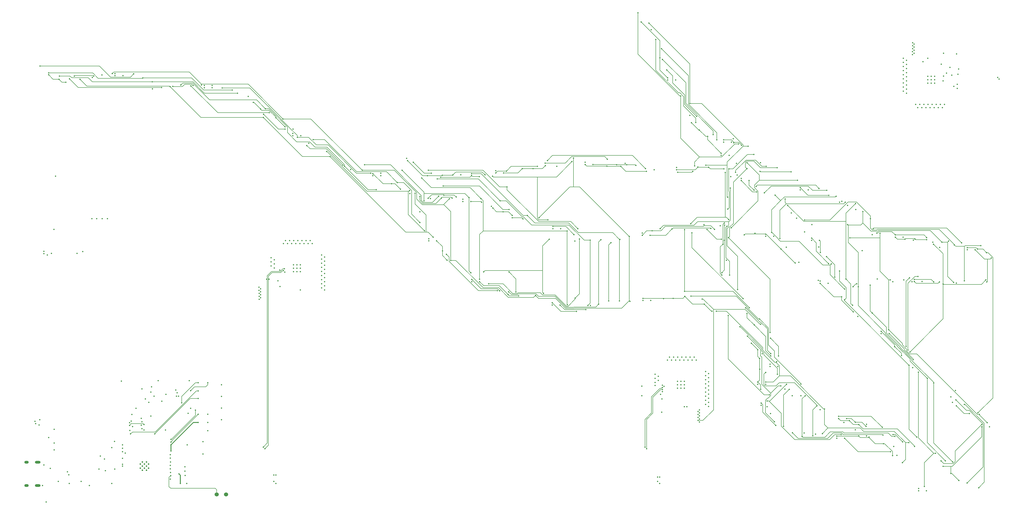
<source format=gbr>
%TF.GenerationSoftware,KiCad,Pcbnew,8.0.3*%
%TF.CreationDate,2024-12-19T23:25:37-08:00*%
%TF.ProjectId,traffic_paradise,74726166-6669-4635-9f70-617261646973,rev?*%
%TF.SameCoordinates,Original*%
%TF.FileFunction,Copper,L3,Inr*%
%TF.FilePolarity,Positive*%
%FSLAX46Y46*%
G04 Gerber Fmt 4.6, Leading zero omitted, Abs format (unit mm)*
G04 Created by KiCad (PCBNEW 8.0.3) date 2024-12-19 23:25:37*
%MOMM*%
%LPD*%
G01*
G04 APERTURE LIST*
%TA.AperFunction,ComponentPad*%
%ADD10C,1.524000*%
%TD*%
%TA.AperFunction,ComponentPad*%
%ADD11O,2.100000X1.000000*%
%TD*%
%TA.AperFunction,ComponentPad*%
%ADD12O,1.600000X1.000000*%
%TD*%
%TA.AperFunction,HeatsinkPad*%
%ADD13C,0.600000*%
%TD*%
%TA.AperFunction,ViaPad*%
%ADD14C,0.500000*%
%TD*%
%TA.AperFunction,Conductor*%
%ADD15C,0.203200*%
%TD*%
%TA.AperFunction,Conductor*%
%ADD16C,0.304800*%
%TD*%
%TA.AperFunction,Conductor*%
%ADD17C,0.200000*%
%TD*%
G04 APERTURE END LIST*
D10*
%TO.N,/PHOTO*%
%TO.C,R108*%
X71960000Y-185420000D03*
%TO.N,GND*%
X75360000Y-185420000D03*
%TD*%
D11*
%TO.N,Net-(J2-SHIELD)*%
%TO.C,J2*%
X5670000Y-173480000D03*
D12*
X1490000Y-173480000D03*
D11*
X5670000Y-182120000D03*
D12*
X1490000Y-182120000D03*
%TD*%
D13*
%TO.N,GND*%
%TO.C,U1*%
X46655000Y-175662500D03*
X46655000Y-174137500D03*
X45892500Y-176425000D03*
X45892500Y-174900000D03*
X45892500Y-173375000D03*
X45130000Y-175662500D03*
X45130000Y-174137500D03*
X44367500Y-176425000D03*
X44367500Y-174900000D03*
X44367500Y-173375000D03*
X43605000Y-175662500D03*
X43605000Y-174137500D03*
%TD*%
D14*
%TO.N,/EN*%
X54737000Y-179705000D03*
X30685500Y-176605200D03*
X65024000Y-144018000D03*
X58982697Y-151482697D03*
X60960000Y-167000000D03*
%TO.N,GND*%
X242570000Y-144780000D03*
X335280000Y-30480000D03*
X102870000Y-100330000D03*
X235983203Y-178997800D03*
X7874000Y-174498000D03*
X340300000Y-25950000D03*
X335280000Y-31750000D03*
X102870000Y-101600000D03*
X100330000Y-100330000D03*
X245110000Y-146050000D03*
X102870000Y-102870000D03*
X36600000Y-143400000D03*
X243840000Y-146050000D03*
X336550000Y-33020000D03*
X236347000Y-148336000D03*
X93823600Y-178181000D03*
X342250000Y-29250000D03*
X10287000Y-175768000D03*
X7366000Y-182118000D03*
X346000000Y-22200000D03*
X242570000Y-143510000D03*
X46750000Y-151250000D03*
X50250000Y-143250000D03*
X11625000Y-87209000D03*
X95377000Y-108331000D03*
X346750000Y-27750000D03*
X47500000Y-156400000D03*
X333502000Y-25019000D03*
X337820000Y-30480000D03*
X243840000Y-144780000D03*
X236728000Y-154940000D03*
X100330000Y-102870000D03*
X245110000Y-143510000D03*
X243840000Y-143510000D03*
X235983000Y-181297000D03*
X245110000Y-144780000D03*
X47750000Y-145500000D03*
X336550000Y-31750000D03*
X101600000Y-102870000D03*
X242570000Y-146050000D03*
X336550000Y-30480000D03*
X100330000Y-101600000D03*
X60833000Y-181297200D03*
X30327600Y-172313600D03*
X101600000Y-101600000D03*
X337820000Y-31750000D03*
X337820000Y-33020000D03*
X344250000Y-30000000D03*
X335280000Y-33020000D03*
X61350000Y-155350000D03*
X341200000Y-21950000D03*
X93823600Y-181297000D03*
X346456000Y-29718000D03*
X101600000Y-100330000D03*
X246110000Y-152880000D03*
X52950000Y-161550000D03*
X61750000Y-143250000D03*
%TO.N,+5V*%
X335280000Y-23749000D03*
X93120400Y-180594000D03*
X21717000Y-180594000D03*
X11684000Y-166370000D03*
X237591600Y-145394271D03*
X93120400Y-178185000D03*
X245138000Y-152880000D03*
X94643000Y-106200000D03*
X235280000Y-178997800D03*
X102870000Y-109601000D03*
X235280000Y-180594000D03*
X343535000Y-27150000D03*
X236883000Y-150015000D03*
X8763000Y-188228000D03*
X13208000Y-180594000D03*
%TO.N,+3.3V*%
X58420000Y-181297200D03*
X33022000Y-181297200D03*
X24767000Y-182120000D03*
X11684000Y-168910000D03*
X54991000Y-169291000D03*
X54991000Y-167005000D03*
X65024000Y-158750000D03*
X57912000Y-177800000D03*
X33022000Y-168023000D03*
X17272000Y-181297200D03*
%TO.N,/IO0*%
X34036000Y-165730000D03*
X28803600Y-171196000D03*
%TO.N,/RTS*%
X28325000Y-176022000D03*
X34163000Y-176022000D03*
%TO.N,Net-(LED1-GK)*%
X34264600Y-30219600D03*
X93218000Y-101473000D03*
%TO.N,Net-(LED1-BK)*%
X26344300Y-30409000D03*
X92075000Y-100711000D03*
X19162800Y-30385600D03*
X34264600Y-29419600D03*
%TO.N,Net-(LED10-GK)*%
X67335400Y-34690000D03*
X63183900Y-33884500D03*
X55680500Y-34185200D03*
X92075000Y-99187000D03*
X48167600Y-35158500D03*
%TO.N,Net-(LED10-BK)*%
X93218000Y-98425000D03*
X67335400Y-33890000D03*
%TO.N,/SDB1*%
X54737000Y-170688000D03*
X97155000Y-102997000D03*
%TO.N,/INT1*%
X60145803Y-175185197D03*
X95250000Y-102235000D03*
X54737000Y-174625000D03*
%TO.N,/SCL*%
X236979938Y-146562155D03*
X66802000Y-170434000D03*
X91313000Y-105664000D03*
X231140000Y-168448800D03*
X361188000Y-30853200D03*
X96621600Y-102438200D03*
X229362000Y-148844000D03*
X89789000Y-168448800D03*
%TO.N,/SDA*%
X230585200Y-167847200D03*
X229362000Y-145288000D03*
X236980448Y-145819054D03*
X361696000Y-31461600D03*
X66802000Y-165862000D03*
X89154000Y-167847200D03*
X96951800Y-101777800D03*
X90424000Y-105664000D03*
%TO.N,Net-(LED19-GK)*%
X89270500Y-44498100D03*
X97409000Y-91313000D03*
X97247100Y-49980800D03*
%TO.N,Net-(LED19-BK)*%
X85509000Y-40140700D03*
X96647000Y-92456000D03*
X88157800Y-42585400D03*
X93810900Y-45769900D03*
X97247100Y-49180800D03*
%TO.N,Net-(LED28-GK)*%
X99695000Y-92456000D03*
X100143000Y-52470000D03*
%TO.N,Net-(LED28-BK)*%
X100143000Y-51670000D03*
X98933000Y-91313000D03*
%TO.N,Net-(LED37-GK)*%
X129769000Y-67303600D03*
X101981000Y-91313000D03*
%TO.N,Net-(LED37-BK)*%
X159148300Y-75625800D03*
X140005400Y-72284200D03*
X155176200Y-75560900D03*
X136652500Y-70260900D03*
X143465900Y-73928700D03*
X147160100Y-74993000D03*
X129769000Y-66503600D03*
X101219000Y-92456000D03*
%TO.N,Net-(LED46-GK)*%
X104267000Y-92456000D03*
X149986300Y-67312300D03*
X142621000Y-61664800D03*
X159402400Y-67049600D03*
X155452400Y-67145300D03*
X171281400Y-66967800D03*
%TO.N,Net-(LED46-BK)*%
X103505000Y-91313000D03*
X142240000Y-60864800D03*
%TO.N,Net-(LED55-GK)*%
X150495000Y-91433600D03*
X105791000Y-92456000D03*
%TO.N,Net-(LED55-BK)*%
X150495000Y-90633600D03*
X106553000Y-91313000D03*
%TO.N,Net-(LED64-GK)*%
X179277100Y-65561200D03*
X110744000Y-99695000D03*
X175276000Y-66236800D03*
X190720800Y-63849200D03*
%TO.N,Net-(LED64-BK)*%
X175276000Y-65436800D03*
X111887000Y-98933000D03*
%TO.N,Net-(LED73-GK)*%
X163135000Y-76854000D03*
X111887000Y-97409000D03*
X181368600Y-82904100D03*
X185362500Y-83330700D03*
%TO.N,Net-(LED73-BK)*%
X181365600Y-81988600D03*
X163135000Y-76054000D03*
X174158800Y-79240400D03*
X178010800Y-80657500D03*
X110744000Y-96647000D03*
%TO.N,Net-(LED82-GK)*%
X166386000Y-106572000D03*
X111887000Y-106553000D03*
%TO.N,Net-(LED82-BK)*%
X166386000Y-105772000D03*
X110744000Y-105791000D03*
X176708900Y-109923000D03*
%TO.N,Net-(LED91-GK)*%
X110744000Y-104267000D03*
X208398000Y-63138000D03*
X216444800Y-63723100D03*
X221637900Y-63833500D03*
X231093700Y-65658000D03*
%TO.N,Net-(LED91-BK)*%
X111887000Y-103505000D03*
X208398000Y-62338000D03*
%TO.N,Net-(LED100-GK)*%
X111887000Y-101981000D03*
X196460000Y-86912400D03*
%TO.N,Net-(LED100-BK)*%
X204273500Y-89100500D03*
X110744000Y-101219000D03*
X196460000Y-86112400D03*
%TO.N,Net-(LED109-GK)*%
X196206000Y-115208000D03*
X210357000Y-115416200D03*
X110744000Y-108839000D03*
%TO.N,Net-(LED109-BK)*%
X205206800Y-117592400D03*
X196206000Y-114408000D03*
X111887000Y-108077000D03*
%TO.N,Net-(LED118-GK)*%
X239649000Y-134493000D03*
X238979000Y-31845200D03*
%TO.N,Net-(LED118-BK)*%
X238887000Y-135636000D03*
X238979000Y-31045200D03*
X236079700Y-23571400D03*
X229115600Y-10283500D03*
%TO.N,Net-(LED127-GK)*%
X246507000Y-135636000D03*
X258791000Y-59785200D03*
%TO.N,Net-(LED127-BK)*%
X253744200Y-52736800D03*
X245745000Y-134493000D03*
X258791000Y-58985200D03*
X250692400Y-50349200D03*
X247753000Y-47654800D03*
%TO.N,Net-(LED136-GK)*%
X241935000Y-135636000D03*
X242230000Y-65068400D03*
X254160300Y-64154000D03*
X250143700Y-64048600D03*
X259801100Y-64774100D03*
%TO.N,Net-(LED136-BK)*%
X242230000Y-64268400D03*
X241173000Y-134493000D03*
%TO.N,Net-(LED145-GK)*%
X252394400Y-85392700D03*
X234315000Y-143891000D03*
X233238500Y-87674400D03*
X256296800Y-87147600D03*
X229530000Y-89350800D03*
%TO.N,Net-(LED145-BK)*%
X229530000Y-88550800D03*
X234315000Y-145034000D03*
%TO.N,Net-(LED154-GK)*%
X229784000Y-113532000D03*
X235458000Y-141605000D03*
%TO.N,Net-(LED154-BK)*%
X245330700Y-112026700D03*
X255407400Y-117524000D03*
X237472400Y-112834500D03*
X229784000Y-112732000D03*
X234315000Y-142367000D03*
X252492700Y-114870700D03*
X240970100Y-112732000D03*
%TO.N,Net-(LED163-GK)*%
X259706000Y-54806800D03*
X244221000Y-134493000D03*
%TO.N,Net-(LED163-BK)*%
X263417700Y-55083500D03*
X243459000Y-135636000D03*
X259706000Y-54006800D03*
X266304700Y-56073800D03*
%TO.N,Net-(LED172-GK)*%
X248793000Y-134493000D03*
X259956700Y-84827000D03*
X258994000Y-104083000D03*
X259431600Y-92650700D03*
%TO.N,Net-(LED172-BK)*%
X260068700Y-85565000D03*
X259990800Y-91284100D03*
X248031000Y-135636000D03*
X258994000Y-103283000D03*
%TO.N,Net-(LED181-GK)*%
X268387600Y-118351800D03*
X271039500Y-122591300D03*
X254127000Y-140589000D03*
X277130000Y-134055000D03*
%TO.N,Net-(LED181-BK)*%
X277130000Y-133255000D03*
X252984000Y-139827000D03*
X267839700Y-116211200D03*
%TO.N,Net-(LED190-GK)*%
X272355000Y-144570000D03*
X254127000Y-145161000D03*
%TO.N,Net-(LED190-BK)*%
X252984000Y-144399000D03*
X269953200Y-129378000D03*
X273437900Y-146428200D03*
X272304400Y-131781600D03*
X272355000Y-143770000D03*
X273089900Y-139034300D03*
X273033200Y-135030900D03*
%TO.N,Net-(LED199-GK)*%
X273625000Y-152343000D03*
X254127000Y-149733000D03*
%TO.N,Net-(LED199-BK)*%
X279034400Y-159811300D03*
X293784400Y-163074100D03*
X252984000Y-148971000D03*
X289533300Y-162617800D03*
X273625000Y-151543000D03*
%TO.N,Net-(LED208-GK)*%
X252984000Y-142875000D03*
X276876000Y-137966000D03*
%TO.N,Net-(LED208-BK)*%
X276876000Y-137166000D03*
X285103100Y-148850400D03*
X254127000Y-142113000D03*
X282411800Y-146385700D03*
X295412500Y-153949100D03*
%TO.N,Net-(LED217-GK)*%
X254127000Y-148209000D03*
X309715500Y-159465300D03*
X302327000Y-157270000D03*
X306288500Y-158041800D03*
X330367700Y-167620000D03*
%TO.N,Net-(LED217-BK)*%
X318432200Y-160545900D03*
X302327000Y-156470000D03*
X252984000Y-147447000D03*
%TO.N,Net-(LED226-GK)*%
X301616000Y-164586000D03*
X252984000Y-152019000D03*
%TO.N,Net-(LED226-BK)*%
X254127000Y-151257000D03*
X322247600Y-171038600D03*
X301616000Y-163786000D03*
X309715500Y-163763900D03*
X318891300Y-166577400D03*
X313598600Y-164157500D03*
%TO.N,/JTAG_GND*%
X39750000Y-161695200D03*
X57250000Y-147696800D03*
X68580000Y-161798000D03*
X40500000Y-155750000D03*
X45500000Y-150000000D03*
%TO.N,/PHOTO*%
X54864000Y-178430000D03*
%TO.N,/D-*%
X16642381Y-177043381D03*
X17162152Y-178094962D03*
%TO.N,/SDB2*%
X236982000Y-147320000D03*
X54737000Y-171958000D03*
%TO.N,/INT2*%
X237032800Y-144914914D03*
X54737000Y-175895000D03*
X60140400Y-176784000D03*
%TO.N,/SDB3*%
X54850000Y-173350000D03*
X341122000Y-30353000D03*
%TO.N,/INT3*%
X340976000Y-32150000D03*
X60198000Y-178412394D03*
X54850000Y-177275000D03*
%TO.N,/Matrix 1/COL0*%
X88138000Y-111426000D03*
X165374200Y-75383900D03*
X73953700Y-34765500D03*
X140622400Y-65288100D03*
X101783900Y-53061100D03*
X166050700Y-103286400D03*
X41182900Y-29572000D03*
X148686900Y-76637800D03*
X6503300Y-26625600D03*
X128980500Y-66362700D03*
%TO.N,/Matrix 1/COL1*%
X77688500Y-35578600D03*
X44586500Y-31096000D03*
X106011700Y-55297800D03*
X147207200Y-80660600D03*
X132730200Y-66350300D03*
X201677800Y-87769800D03*
X169324200Y-105655700D03*
X87630000Y-111981000D03*
X9668200Y-29198600D03*
X147906800Y-68147300D03*
X169831000Y-75731400D03*
X201788600Y-115135800D03*
%TO.N,/Matrix 1/COL2*%
X107657900Y-53928800D03*
X147207200Y-84621500D03*
X13647700Y-30382300D03*
X88138000Y-112535000D03*
X79641800Y-36709700D03*
X138825200Y-69809000D03*
X206285900Y-90722400D03*
X48040900Y-32518400D03*
X179480700Y-71415700D03*
X150346300Y-65262300D03*
X172649400Y-107351100D03*
X205704500Y-86926100D03*
X204683100Y-112674400D03*
%TO.N,/Matrix 1/COL3*%
X87628600Y-113090000D03*
X143347700Y-72813000D03*
X153635600Y-68492400D03*
X148872100Y-87675700D03*
X209439000Y-115371600D03*
X176944300Y-76602300D03*
X83601500Y-37927100D03*
X17361500Y-31387900D03*
X112607200Y-58345900D03*
X210272700Y-91170200D03*
X223215800Y-62705600D03*
X51495300Y-34652000D03*
%TO.N,/Matrix 1/COL4*%
X89209200Y-45728100D03*
X145429200Y-73793100D03*
X113890600Y-60212600D03*
X216652000Y-61156000D03*
X180035500Y-110283900D03*
X54644900Y-34296400D03*
X155802700Y-71120700D03*
X193568400Y-62631300D03*
X180176400Y-79795000D03*
X213401400Y-114917200D03*
X152080500Y-90071300D03*
X87630000Y-110871000D03*
X214208900Y-91036300D03*
X21318200Y-31566300D03*
%TO.N,/Matrix 1/COL5*%
X217105000Y-113696800D03*
X194456700Y-61672300D03*
X180190000Y-102971600D03*
X88138000Y-110316000D03*
X151118600Y-75754300D03*
X217963100Y-92061900D03*
X119291100Y-63751800D03*
X131058800Y-72472200D03*
X58607300Y-33686800D03*
X230736900Y-64638700D03*
X182740700Y-110389100D03*
X162350700Y-66929700D03*
X25885927Y-30883867D03*
X89995000Y-42472800D03*
%TO.N,/Matrix 1/COL6*%
X154171100Y-74876400D03*
X62366500Y-33991600D03*
X126673800Y-63250100D03*
X87617400Y-109761000D03*
X91391900Y-43938600D03*
X166333800Y-66496500D03*
X29455800Y-29919200D03*
X186974100Y-82038900D03*
X175878000Y-109886700D03*
X197931400Y-63808600D03*
X221260500Y-90876900D03*
X157008600Y-96425500D03*
X221128100Y-113687400D03*
X233960800Y-65127600D03*
%TO.N,/Matrix 1/COL7*%
X66278100Y-33686800D03*
X224749900Y-89797300D03*
X88138000Y-109207000D03*
X224994600Y-113818600D03*
X204066400Y-60758100D03*
X96508800Y-46255600D03*
X158094700Y-75846100D03*
X33206700Y-29475100D03*
X158601000Y-98718000D03*
X191280500Y-82860200D03*
X125815000Y-65223700D03*
X190009600Y-111648500D03*
%TO.N,/Matrix 1/COL8*%
X194637900Y-83657500D03*
X195141100Y-90801200D03*
X87626400Y-108652000D03*
X170780100Y-102960200D03*
X70240500Y-33890000D03*
X203504300Y-62069500D03*
X192973200Y-110923500D03*
X174083600Y-67460100D03*
%TO.N,/Matrix 2/COL0*%
X263306900Y-53569700D03*
X275782000Y-150811000D03*
X303222900Y-163234300D03*
X250702000Y-154092000D03*
X283031400Y-144589100D03*
X262328900Y-67664100D03*
%TO.N,/Matrix 2/COL1*%
X304223800Y-158716600D03*
X227980600Y-6967400D03*
X265212700Y-55553400D03*
X243783800Y-37705800D03*
X279623800Y-140860700D03*
X236153800Y-86959300D03*
X248951400Y-63667000D03*
X264918700Y-109488300D03*
X250190000Y-155757000D03*
X262160100Y-71833800D03*
X265737600Y-123286500D03*
X277098000Y-155404000D03*
%TO.N,/Matrix 2/COL2*%
X280837800Y-145194600D03*
X268740900Y-56339100D03*
X266874600Y-112846600D03*
X247190900Y-40558200D03*
X247980900Y-88431100D03*
X278520000Y-158452000D03*
X232043200Y-10706600D03*
X250698000Y-156312000D03*
X312668400Y-163763300D03*
X261137800Y-75274200D03*
X312657600Y-159414500D03*
X268547200Y-126738500D03*
X253098500Y-63419300D03*
%TO.N,/Matrix 2/COL3*%
X247209800Y-44954700D03*
X281924000Y-160179000D03*
X261253200Y-79692700D03*
X245201000Y-110127500D03*
X308453600Y-161407600D03*
X284040500Y-146470600D03*
X270905400Y-59391800D03*
X269214900Y-116253600D03*
X245198300Y-87290800D03*
X250190000Y-156866000D03*
X261676500Y-64753100D03*
X232901700Y-13214700D03*
%TO.N,/Matrix 2/COL4*%
X247537900Y-85069700D03*
X247567600Y-111921000D03*
X288327200Y-148850400D03*
X273361000Y-62484400D03*
X318706900Y-163398900D03*
X234577800Y-16858900D03*
X260332600Y-66094200D03*
X285226000Y-162566000D03*
X288327200Y-144542100D03*
X250698000Y-157421000D03*
X249381300Y-47603400D03*
X272994900Y-120419400D03*
X261559300Y-83573700D03*
%TO.N,/Matrix 2/COL5*%
X288782000Y-163887000D03*
X257212800Y-53976400D03*
X323136500Y-163879900D03*
X253502100Y-87230600D03*
X275465100Y-63801900D03*
X251750900Y-113002700D03*
X264107900Y-66064000D03*
X258864000Y-90867400D03*
X250190000Y-157976000D03*
X274056700Y-133282500D03*
X236648900Y-20250400D03*
X273443000Y-122352500D03*
X289939500Y-148786900D03*
%TO.N,/Matrix 2/COL6*%
X250699000Y-158531000D03*
X279484000Y-64359000D03*
X292744000Y-163633000D03*
X322694900Y-167596000D03*
X294250600Y-152558600D03*
X237021600Y-24167500D03*
X268333800Y-64673700D03*
X275293400Y-140156900D03*
X276895300Y-125360600D03*
X255849900Y-52061500D03*
X261522500Y-90237100D03*
%TO.N,/Matrix 2/COL7*%
X297080600Y-153725700D03*
X328309200Y-166223100D03*
X325926400Y-173645600D03*
X258463200Y-85812200D03*
X257026000Y-117458200D03*
X273168400Y-65675400D03*
X279375400Y-136182300D03*
X249705100Y-45320800D03*
X260689500Y-98588200D03*
X296287800Y-162850000D03*
X275269000Y-143770000D03*
X284671100Y-65863500D03*
X250711000Y-155202000D03*
X238595900Y-28078400D03*
%TO.N,/Matrix 2/COL8*%
X250190000Y-154647000D03*
X276606000Y-148463000D03*
X261411900Y-119087600D03*
X287075500Y-68995500D03*
X268360600Y-62495600D03*
X262498500Y-86599300D03*
%TO.N,Net-(LED235-GK)*%
X327406000Y-24511000D03*
X271897500Y-73277300D03*
X266208000Y-69081600D03*
%TO.N,/Matrix 3/COL0*%
X10668000Y-96108000D03*
X357327500Y-158847000D03*
X329688000Y-22437600D03*
X317590000Y-88631800D03*
X306419400Y-90344300D03*
X320811800Y-124394600D03*
X321393900Y-105873600D03*
X354448100Y-155761400D03*
%TO.N,Net-(LED235-BK)*%
X326263000Y-23749000D03*
X266208000Y-68281600D03*
X286727700Y-83066200D03*
X284779300Y-81068000D03*
%TO.N,/Matrix 3/COL1*%
X329691000Y-17999200D03*
X294910000Y-93708800D03*
X294746100Y-106093300D03*
X295040000Y-72009000D03*
X20193000Y-96108000D03*
X271732300Y-71235900D03*
%TO.N,/Matrix 3/COL2*%
X354192300Y-182919600D03*
X311020700Y-95031100D03*
X297834900Y-97299800D03*
X297880000Y-72731400D03*
X274811000Y-73681900D03*
X327258100Y-130561800D03*
X300826400Y-104865000D03*
X22308911Y-95381600D03*
X330200000Y-18554000D03*
X328563200Y-105103200D03*
X348896100Y-152019700D03*
%TO.N,/Matrix 3/COL3*%
X349902700Y-181162700D03*
X301334000Y-74915800D03*
X345735500Y-150318700D03*
X299575500Y-100002000D03*
X327988300Y-131869300D03*
X278766300Y-74466300D03*
X329692000Y-19108800D03*
X6350000Y-157734000D03*
X331680100Y-104595700D03*
X304516800Y-109287000D03*
X277458400Y-88285800D03*
%TO.N,/Matrix 3/COL4*%
X330200000Y-19663600D03*
X328392400Y-137556000D03*
X304789000Y-77151000D03*
X302607600Y-102598200D03*
X282466200Y-75947100D03*
X280527600Y-90566500D03*
X304484000Y-113294600D03*
X331255200Y-164133100D03*
%TO.N,/Matrix 3/COL5*%
X328678300Y-132617100D03*
X308599000Y-77608200D03*
X331814400Y-140106000D03*
X334049600Y-182461000D03*
X340975200Y-107415600D03*
X337471300Y-92686800D03*
X329692000Y-20218400D03*
X356864600Y-105936900D03*
X307444300Y-115327800D03*
X282946100Y-93785000D03*
X338215400Y-170146000D03*
X283437500Y-78266300D03*
X304992000Y-105570800D03*
%TO.N,/Matrix 3/COL6*%
X330200000Y-20773200D03*
X309551700Y-108459200D03*
X344864400Y-106802500D03*
X305562500Y-85420300D03*
X311240000Y-80605400D03*
X341822000Y-172919100D03*
X289682000Y-88152400D03*
X335116400Y-142366100D03*
X340530900Y-91890400D03*
X343058600Y-91507500D03*
X292414100Y-85420300D03*
%TO.N,/Matrix 3/COL7*%
X337484900Y-144105100D03*
X345169100Y-92924300D03*
X314769000Y-118200800D03*
X329679000Y-21328000D03*
X348898600Y-106229200D03*
X313997100Y-107815400D03*
X344551800Y-173394600D03*
X314034000Y-83247000D03*
X289644300Y-83706300D03*
X354930400Y-93201800D03*
X287582100Y-99398200D03*
%TO.N,/Matrix 3/COL8*%
X314750100Y-89173100D03*
X330200000Y-21882800D03*
X347818500Y-92210500D03*
X316625200Y-105556200D03*
X315050000Y-86904600D03*
%TO.N,Net-(LED244-GK)*%
X326263000Y-26797000D03*
X275301000Y-89757200D03*
%TO.N,Net-(LED244-BK)*%
X275301000Y-88957200D03*
X280988200Y-94443600D03*
X286191200Y-99619000D03*
X271333600Y-88607000D03*
X267327800Y-89214400D03*
X327406000Y-26035000D03*
%TO.N,Net-(LED253-BK)*%
X305569500Y-78340000D03*
X288103000Y-71736000D03*
X302603300Y-77115800D03*
X298697200Y-74568300D03*
X326263000Y-28321000D03*
%TO.N,Net-(LED253-GK)*%
X288103000Y-72536000D03*
X327406000Y-29083000D03*
%TO.N,Net-(LED262-BK)*%
X292268000Y-90430400D03*
X298612600Y-99874600D03*
X327406000Y-30607000D03*
X307657700Y-108398400D03*
X308991600Y-107316500D03*
%TO.N,Net-(LED262-GK)*%
X326263000Y-31369000D03*
X292268000Y-91230400D03*
%TO.N,Net-(LED271-BK)*%
X295469000Y-106331000D03*
X326263000Y-32893000D03*
%TO.N,Net-(LED271-GK)*%
X295469000Y-107131000D03*
X307724400Y-117765700D03*
X327406000Y-33655000D03*
X303432900Y-112192300D03*
X309398400Y-119439700D03*
%TO.N,Net-(LED280-GK)*%
X330576700Y-90743600D03*
X323256000Y-90062000D03*
X334931600Y-91039100D03*
X326884500Y-90863000D03*
X331597000Y-42037000D03*
%TO.N,Net-(LED280-BK)*%
X316421900Y-88562000D03*
X334932800Y-90200000D03*
X330835000Y-40894000D03*
X323256000Y-89262000D03*
%TO.N,Net-(LED289-GK)*%
X333883000Y-40894000D03*
X330318000Y-106521000D03*
X345937500Y-107059700D03*
X339660000Y-106649600D03*
%TO.N,Net-(LED289-BK)*%
X326402200Y-105923000D03*
X330318000Y-105721000D03*
X337481000Y-106621600D03*
X333121000Y-42037000D03*
%TO.N,Net-(LED298-BK)*%
X327406000Y-35179000D03*
X323046700Y-130617700D03*
X325547100Y-133910300D03*
X318075000Y-124974000D03*
%TO.N,Net-(LED298-GK)*%
X318075000Y-125774000D03*
X326263000Y-35941000D03*
%TO.N,Net-(LED307-GK)*%
X340741000Y-42037000D03*
X350737600Y-155394000D03*
X344492800Y-151285100D03*
X345945300Y-152587800D03*
X349926000Y-94735600D03*
X345604700Y-146862900D03*
%TO.N,Net-(LED307-BK)*%
X353736800Y-94512800D03*
X357077800Y-95800500D03*
X349926000Y-93935600D03*
X339979000Y-40894000D03*
X353902100Y-155164700D03*
%TO.N,Net-(LED316-BK)*%
X340225800Y-172931800D03*
X339217000Y-42037000D03*
X355260000Y-159518000D03*
%TO.N,Net-(LED316-GK)*%
X343888100Y-177602100D03*
X346871300Y-180227500D03*
X338455000Y-40894000D03*
X355260000Y-160318000D03*
X340999400Y-174967400D03*
%TO.N,Net-(LED325-GK)*%
X344932000Y-34163000D03*
X4845000Y-159150000D03*
X7893000Y-96158000D03*
%TO.N,Net-(LED325-RK)*%
X346202000Y-33401000D03*
X6096000Y-159661600D03*
X9144000Y-96669600D03*
%TO.N,Net-(LED325-BK)*%
X346202000Y-34925000D03*
X4572000Y-158350000D03*
X7893000Y-95358000D03*
%TO.N,Net-(LED1-RK)*%
X16046600Y-32653000D03*
X37179200Y-30219600D03*
X9654400Y-29905700D03*
X93218000Y-99949000D03*
X13493100Y-31531900D03*
%TO.N,Net-(LED10-RK)*%
X92075000Y-97663000D03*
X70250000Y-34690000D03*
%TO.N,Net-(LED19-RK)*%
X98171000Y-92456000D03*
X100162000Y-49980800D03*
%TO.N,Net-(LED28-RK)*%
X103057000Y-52470000D03*
X121552100Y-65019800D03*
X118656400Y-63389400D03*
X105310300Y-56094900D03*
X100457000Y-91313000D03*
%TO.N,Net-(LED37-RK)*%
X160645000Y-75166700D03*
X156081700Y-74448500D03*
X132683000Y-67303600D03*
X102743000Y-92456000D03*
X150206300Y-75651700D03*
%TO.N,Net-(LED46-RK)*%
X169237100Y-67665600D03*
X151390800Y-66358000D03*
X166314900Y-67201500D03*
X154924000Y-67860700D03*
X105029000Y-91313000D03*
X144718000Y-62292000D03*
%TO.N,Net-(LED55-RK)*%
X155534500Y-95138100D03*
X157279100Y-98614900D03*
X107315000Y-92456000D03*
X153410000Y-91433600D03*
%TO.N,Net-(LED64-RK)*%
X178190000Y-66236800D03*
X111887000Y-100457000D03*
X189064600Y-64628600D03*
X185104000Y-64661700D03*
X193639200Y-63579600D03*
%TO.N,Net-(LED73-RK)*%
X173723300Y-78660300D03*
X170010500Y-77103600D03*
X166049000Y-76854000D03*
X110744000Y-98171000D03*
%TO.N,Net-(LED82-RK)*%
X179871800Y-111330900D03*
X110744000Y-107315000D03*
X169300000Y-106572000D03*
X183792300Y-111786300D03*
%TO.N,Net-(LED91-RK)*%
X227162500Y-63442800D03*
X111887000Y-105029000D03*
X211312000Y-63138000D03*
X220083300Y-63264900D03*
X223778700Y-63266500D03*
%TO.N,Net-(LED100-RK)*%
X110744000Y-102743000D03*
X199374000Y-86912400D03*
X204617100Y-91482100D03*
%TO.N,Net-(LED109-RK)*%
X208675200Y-116940100D03*
X111887000Y-109601000D03*
X199120000Y-115208000D03*
%TO.N,Net-(LED118-RK)*%
X241894000Y-31845200D03*
X240411000Y-135636000D03*
%TO.N,Net-(LED127-RK)*%
X261706000Y-59785200D03*
X247269000Y-134493000D03*
%TO.N,Net-(LED136-RK)*%
X248324100Y-65693700D03*
X242697000Y-134493000D03*
X264687200Y-67062700D03*
X242697000Y-66040000D03*
X264427300Y-62701700D03*
%TO.N,Net-(LED145-RK)*%
X232445000Y-89350800D03*
X240619100Y-87059200D03*
X235458000Y-143129000D03*
X254932200Y-86823500D03*
%TO.N,Net-(LED154-RK)*%
X232699000Y-113532000D03*
X234315000Y-140843000D03*
%TO.N,Net-(LED163-RK)*%
X244983000Y-135636000D03*
X262620000Y-54806800D03*
%TO.N,Net-(LED172-RK)*%
X260973300Y-86000000D03*
X261909000Y-104083000D03*
X249555000Y-135636000D03*
%TO.N,Net-(LED181-RK)*%
X252984000Y-141351000D03*
X280044000Y-134055000D03*
X277052000Y-127521700D03*
%TO.N,Net-(LED190-RK)*%
X252984000Y-145923000D03*
X275269000Y-144570000D03*
%TO.N,Net-(LED199-RK)*%
X252984000Y-150495000D03*
X275782000Y-152919000D03*
%TO.N,Net-(LED208-RK)*%
X254127000Y-143637000D03*
X279790000Y-137966000D03*
%TO.N,Net-(LED217-RK)*%
X312461200Y-160167600D03*
X305241000Y-157270000D03*
X325973400Y-165922000D03*
X308446400Y-158652300D03*
X322455900Y-163225300D03*
X254127000Y-146685000D03*
%TO.N,Net-(LED226-RK)*%
X304530000Y-164586000D03*
X321532500Y-169584500D03*
X254127000Y-152781000D03*
X323874000Y-170896900D03*
%TO.N,Net-(LED235-RK)*%
X270956000Y-72652800D03*
X269122000Y-69081600D03*
X326263000Y-25273000D03*
%TO.N,Net-(LED244-RK)*%
X278216000Y-89757200D03*
X327406000Y-27559000D03*
%TO.N,Net-(LED253-RK)*%
X303445800Y-76764200D03*
X291017000Y-72536000D03*
X308688900Y-79813600D03*
X326263000Y-29845000D03*
%TO.N,Net-(LED262-RK)*%
X327406000Y-32131000D03*
X295492400Y-95758700D03*
X295183000Y-91230400D03*
%TO.N,Net-(LED271-RK)*%
X298383000Y-107131000D03*
X326263000Y-34417000D03*
%TO.N,Net-(LED280-RK)*%
X337150800Y-91909200D03*
X329957700Y-91129600D03*
X339699700Y-93881500D03*
X332359000Y-40894000D03*
X326171000Y-90062000D03*
%TO.N,Net-(LED289-RK)*%
X333232000Y-106521000D03*
X329494500Y-106574000D03*
X334645000Y-42037000D03*
X322364200Y-106574000D03*
%TO.N,Net-(LED298-RK)*%
X329886700Y-135449500D03*
X327406000Y-36703000D03*
X329744300Y-138444000D03*
X320989000Y-125774000D03*
%TO.N,Net-(LED307-RK)*%
X352841000Y-94735600D03*
X357185000Y-106640100D03*
X341503000Y-40894000D03*
X358875200Y-97805300D03*
X343866100Y-149262000D03*
%TO.N,Net-(LED316-RK)*%
X358175000Y-160318000D03*
X337693000Y-42037000D03*
%TO.N,Net-(LED329-BK)*%
X335407000Y-40894000D03*
X331892000Y-183242000D03*
%TO.N,Net-(LED329-RK)*%
X334807000Y-184042000D03*
X336931000Y-40894000D03*
%TO.N,Net-(LED329-GK)*%
X331892000Y-184042000D03*
X336169000Y-42037000D03*
%TO.N,/WLED*%
X37007800Y-174193200D03*
X11684000Y-161290000D03*
%TO.N,/ELED*%
X37007800Y-174896403D03*
X9650000Y-164340000D03*
%TO.N,/T_SW*%
X12264000Y-67459000D03*
X37079000Y-167000000D03*
%TO.N,/LED_NORTH*%
X31475000Y-83209000D03*
X37058600Y-172059600D03*
%TO.N,/LED_EAST*%
X29475000Y-83209000D03*
X38020000Y-170110000D03*
%TO.N,/LED_SOUTH*%
X27475000Y-83209000D03*
X37079000Y-169540000D03*
%TO.N,/LED_WEST*%
X37079000Y-168270000D03*
X25725000Y-83209000D03*
%TO.N,Net-(U10-A)*%
X42000000Y-153500000D03*
X62250000Y-153500000D03*
%TO.N,/MTDI*%
X55000000Y-165000000D03*
X64008000Y-154178000D03*
%TO.N,/MTDO*%
X65024000Y-147066000D03*
X40000000Y-163000000D03*
%TO.N,/MTCK*%
X65024000Y-149860000D03*
X49000000Y-163000000D03*
%TO.N,/MTMS*%
X55000000Y-166000000D03*
X65024000Y-155702000D03*
%TO.N,/JTAG_EN*%
X62250000Y-147000000D03*
X68580000Y-144018000D03*
%TO.N,/MTDI_IN*%
X73660000Y-149098000D03*
X56750000Y-146750000D03*
%TO.N,/MTDO_IN*%
X73660000Y-144780000D03*
X47500000Y-147500000D03*
%TO.N,/MTCK_IN*%
X57750000Y-149000000D03*
X73660000Y-153416000D03*
%TO.N,/MTMS_IN*%
X48750000Y-149000000D03*
X73660000Y-157734000D03*
%TO.N,/JTAG_MTDI*%
X53086000Y-148336000D03*
X39696800Y-158803200D03*
%TO.N,/JTAG_MTCK*%
X57000000Y-149000000D03*
X44250000Y-158500000D03*
%TO.N,/JTAG_3_3*%
X44000000Y-157250000D03*
X68580000Y-158750000D03*
%TO.N,/JTAG_MTDO*%
X40250000Y-158250000D03*
X44250000Y-146250000D03*
%TO.N,/JTAG_MTMS*%
X51621487Y-150871487D03*
X44200000Y-161050000D03*
%TO.N,/JTAG_MTCK_OUT*%
X44000000Y-159750000D03*
%TO.N,/JTAG_MTMS_OUT*%
X68580000Y-155702000D03*
X45000000Y-161500000D03*
%TO.N,/JTAG_MTDO_OUT*%
X40803200Y-160250000D03*
%TO.N,/JTAG_MTDI_OUT*%
X39658828Y-159808827D03*
X45016172Y-159516172D03*
%TD*%
D15*
%TO.N,/EN*%
X58982697Y-149267303D02*
X58982697Y-151482697D01*
X64008000Y-144018000D02*
X65024000Y-144018000D01*
X58982697Y-149267303D02*
X58982697Y-149043303D01*
X58982697Y-149043303D02*
X64008000Y-144018000D01*
D16*
%TO.N,+3.3V*%
X54991000Y-167005000D02*
X59746000Y-162250000D01*
X54991000Y-169291000D02*
X54991000Y-167005000D01*
X59746000Y-162250000D02*
X63246000Y-158750000D01*
X58420000Y-181297200D02*
X58420000Y-178308000D01*
X58420000Y-178308000D02*
X57912000Y-177800000D01*
X63246000Y-158750000D02*
X65024000Y-158750000D01*
D15*
%TO.N,Net-(LED1-BK)*%
X19162800Y-30385600D02*
X19328700Y-30219700D01*
X19328700Y-30219700D02*
X26155000Y-30219700D01*
X26155000Y-30219700D02*
X26344300Y-30409000D01*
%TO.N,Net-(LED10-GK)*%
X62713600Y-33414200D02*
X60052600Y-33414200D01*
X55748800Y-34253500D02*
X55680500Y-34185200D01*
X59213300Y-34253500D02*
X55748800Y-34253500D01*
X60052600Y-33414200D02*
X59213300Y-34253500D01*
X63183900Y-33884500D02*
X62713600Y-33414200D01*
%TO.N,/SCL*%
X233500000Y-155250000D02*
X231140000Y-157610000D01*
X96621600Y-102438200D02*
X96406142Y-102438200D01*
X91059000Y-167178800D02*
X89789000Y-168448800D01*
X92383974Y-103196200D02*
X91059000Y-104521174D01*
X91059000Y-105664000D02*
X91059000Y-106045000D01*
X91059000Y-104521174D02*
X91059000Y-105029000D01*
X91059000Y-105410000D02*
X91313000Y-105664000D01*
X91059000Y-105664000D02*
X91313000Y-105664000D01*
X91059000Y-105918000D02*
X91313000Y-105664000D01*
X91059000Y-106045000D02*
X91059000Y-105918000D01*
X91059000Y-105029000D02*
X91059000Y-105410000D01*
X91059000Y-105029000D02*
X91059000Y-105664000D01*
X236342845Y-146562155D02*
X233500000Y-149405000D01*
X231140000Y-157610000D02*
X231140000Y-168448800D01*
X236979938Y-146562155D02*
X236342845Y-146562155D01*
X96406142Y-102438200D02*
X95648142Y-103196200D01*
X233500000Y-149405000D02*
X233500000Y-155250000D01*
X95648142Y-103196200D02*
X92383974Y-103196200D01*
X91059000Y-106045000D02*
X91059000Y-167178800D01*
%TO.N,/SDA*%
X90652600Y-166348600D02*
X89154000Y-167847200D01*
D17*
X236112645Y-146157355D02*
X233000000Y-149270000D01*
D15*
X96951800Y-101777800D02*
X96491806Y-101777800D01*
D17*
X233000000Y-155177526D02*
X230585200Y-157592326D01*
D15*
X90652600Y-104353000D02*
X90652600Y-105029000D01*
X90652600Y-105029000D02*
X90652600Y-105664000D01*
X90652600Y-105664000D02*
X90652600Y-106172000D01*
D17*
X236980448Y-145819054D02*
X236940696Y-145819054D01*
D15*
X91801100Y-103204000D02*
X90652600Y-104353000D01*
X90652600Y-105892600D02*
X90424000Y-105664000D01*
D17*
X236940696Y-145819054D02*
X236602395Y-146157355D01*
D15*
X90652600Y-106172000D02*
X90652600Y-105892600D01*
X92215300Y-102789800D02*
X91801100Y-103204000D01*
X90652600Y-105435400D02*
X90424000Y-105664000D01*
D17*
X233000000Y-152750000D02*
X233000000Y-155177526D01*
X236602395Y-146157355D02*
X236112645Y-146157355D01*
D15*
X96491806Y-101777800D02*
X95479806Y-102789800D01*
D17*
X233000000Y-149270000D02*
X233000000Y-152750000D01*
D15*
X90652600Y-105664000D02*
X90424000Y-105664000D01*
D17*
X230585200Y-157592326D02*
X230585200Y-167847200D01*
D15*
X90652600Y-105029000D02*
X90652600Y-105435400D01*
X90652600Y-106172000D02*
X90652600Y-166348600D01*
X95479806Y-102789800D02*
X92215300Y-102789800D01*
%TO.N,Net-(LED19-GK)*%
X94753200Y-49980800D02*
X89270500Y-44498100D01*
X97247100Y-49980800D02*
X94753200Y-49980800D01*
%TO.N,Net-(LED19-BK)*%
X97247100Y-49180800D02*
X97221800Y-49180800D01*
X97221800Y-49180800D02*
X93810900Y-45769900D01*
X91330500Y-43058900D02*
X93810900Y-45539300D01*
X88157800Y-42585400D02*
X88631300Y-43058900D01*
X88631300Y-43058900D02*
X91330500Y-43058900D01*
X85713100Y-40140700D02*
X88157800Y-42585400D01*
X93810900Y-45539300D02*
X93810900Y-45769900D01*
X85509000Y-40140700D02*
X85713100Y-40140700D01*
%TO.N,Net-(LED37-BK)*%
X153087000Y-77650100D02*
X148332600Y-77650100D01*
X158812000Y-75289500D02*
X159148300Y-75625800D01*
X137982100Y-70260900D02*
X136652500Y-70260900D01*
X155447600Y-75289500D02*
X158812000Y-75289500D01*
X155176200Y-75560900D02*
X155447600Y-75289500D01*
X133526300Y-70260900D02*
X136652500Y-70260900D01*
X148332600Y-77650100D02*
X147160100Y-76477600D01*
X129769000Y-66503600D02*
X133526300Y-70260900D01*
X140005400Y-72284200D02*
X137982100Y-70260900D01*
X155176200Y-75560900D02*
X153087000Y-77650100D01*
X147160100Y-76477600D02*
X147160100Y-74993000D01*
%TO.N,Net-(LED46-GK)*%
X149986300Y-67312300D02*
X149986300Y-67291300D01*
X159306700Y-67145300D02*
X159402400Y-67049600D01*
X170240800Y-65927200D02*
X171281400Y-66967800D01*
X155306400Y-67291300D02*
X155452400Y-67145300D01*
X142621000Y-61664800D02*
X148247500Y-67291300D01*
X159402400Y-67049600D02*
X160524800Y-65927200D01*
X148247500Y-67291300D02*
X149986300Y-67291300D01*
X155452400Y-67145300D02*
X159306700Y-67145300D01*
X149986300Y-67291300D02*
X155306400Y-67291300D01*
X160524800Y-65927200D02*
X170240800Y-65927200D01*
%TO.N,Net-(LED64-GK)*%
X179277100Y-65561200D02*
X180989100Y-63849200D01*
X175276000Y-66236800D02*
X175951600Y-65561200D01*
X175951600Y-65561200D02*
X179277100Y-65561200D01*
X180989100Y-63849200D02*
X190720800Y-63849200D01*
%TO.N,Net-(LED73-GK)*%
X184741300Y-82904100D02*
X184742800Y-82905600D01*
X184742800Y-82905600D02*
X184937400Y-82905600D01*
X184937400Y-82905600D02*
X185362500Y-83330700D01*
X181368600Y-82904100D02*
X184741300Y-82904100D01*
%TO.N,Net-(LED73-BK)*%
X178010800Y-80657500D02*
X180034500Y-80657500D01*
X175575900Y-80657500D02*
X178010800Y-80657500D01*
X180034500Y-80657500D02*
X181365600Y-81988600D01*
X174158800Y-79240400D02*
X175575900Y-80657500D01*
%TO.N,Net-(LED82-BK)*%
X176014900Y-109229000D02*
X176708900Y-109923000D01*
X169843000Y-109229000D02*
X176014900Y-109229000D01*
X166386000Y-105772000D02*
X169843000Y-109229000D01*
%TO.N,Net-(LED91-GK)*%
X216555200Y-63833500D02*
X216444800Y-63723100D01*
X223462400Y-65658000D02*
X231093700Y-65658000D01*
X208983100Y-63723100D02*
X216444800Y-63723100D01*
X221637900Y-63833500D02*
X223462400Y-65658000D01*
X221637900Y-63833500D02*
X216555200Y-63833500D01*
X208398000Y-63138000D02*
X208983100Y-63723100D01*
%TO.N,Net-(LED100-BK)*%
X196460000Y-86112400D02*
X201285400Y-86112400D01*
X201285400Y-86112400D02*
X204273500Y-89100500D01*
%TO.N,Net-(LED109-BK)*%
X196206000Y-114408000D02*
X199390400Y-117592400D01*
X199390400Y-117592400D02*
X205206800Y-117592400D01*
%TO.N,Net-(LED118-BK)*%
X236079700Y-23571400D02*
X236079700Y-17247600D01*
X236079700Y-28145900D02*
X236079700Y-23571400D01*
X238979000Y-31045200D02*
X236079700Y-28145900D01*
X236079700Y-17247600D02*
X229115600Y-10283500D01*
%TO.N,Net-(LED127-BK)*%
X250447400Y-50349200D02*
X247753000Y-47654800D01*
X250692400Y-50349200D02*
X250447400Y-50349200D01*
X253744200Y-52736800D02*
X253744200Y-53938400D01*
X253744200Y-53938400D02*
X258791000Y-58985200D01*
X253080000Y-52736800D02*
X253744200Y-52736800D01*
X250692400Y-50349200D02*
X253080000Y-52736800D01*
%TO.N,Net-(LED136-GK)*%
X249229300Y-65068400D02*
X250143700Y-64154000D01*
X254780400Y-64774100D02*
X259801100Y-64774100D01*
X250143700Y-64154000D02*
X254160300Y-64154000D01*
X242230000Y-65068400D02*
X249229300Y-65068400D01*
X254160300Y-64154000D02*
X254780400Y-64774100D01*
X250143700Y-64154000D02*
X250143700Y-64048600D01*
%TO.N,Net-(LED145-GK)*%
X233238500Y-87674400D02*
X236475600Y-87674400D01*
X252394400Y-85857800D02*
X255007000Y-85857800D01*
X229530000Y-89350800D02*
X231206400Y-87674400D01*
X252394400Y-85857800D02*
X252394400Y-85392700D01*
X255007000Y-85857800D02*
X256296800Y-87147600D01*
X231206400Y-87674400D02*
X233238500Y-87674400D01*
X238055400Y-86094600D02*
X252157600Y-86094600D01*
X236475600Y-87674400D02*
X238055400Y-86094600D01*
X252157600Y-86094600D02*
X252394400Y-85857800D01*
%TO.N,Net-(LED154-BK)*%
X244625400Y-112732000D02*
X245330700Y-112026700D01*
X237472400Y-112732000D02*
X237472400Y-112834500D01*
X240970100Y-112732000D02*
X244625400Y-112732000D01*
X229784000Y-112732000D02*
X237472400Y-112732000D01*
X248174700Y-114870700D02*
X252492700Y-114870700D01*
X245330700Y-112026700D02*
X248174700Y-114870700D01*
X255146000Y-117524000D02*
X255407400Y-117524000D01*
X237472400Y-112732000D02*
X240970100Y-112732000D01*
X252492700Y-114870700D02*
X255146000Y-117524000D01*
%TO.N,Net-(LED163-BK)*%
X263417700Y-54946000D02*
X265393900Y-54946000D01*
X263417700Y-54946000D02*
X263417700Y-55083500D01*
X265393900Y-54946000D02*
X266304700Y-55856800D01*
X259706000Y-54006800D02*
X262616000Y-54006800D01*
X266304700Y-55856800D02*
X266304700Y-56073800D01*
X262616000Y-54006800D02*
X263417700Y-54808500D01*
X263417700Y-54808500D02*
X263417700Y-54946000D01*
%TO.N,Net-(LED172-GK)*%
X258432200Y-93650100D02*
X259431600Y-92650700D01*
X258994000Y-104083000D02*
X258432200Y-103521200D01*
X259431600Y-92650700D02*
X259431600Y-85352100D01*
X259431600Y-85352100D02*
X259956700Y-84827000D01*
X258432200Y-103521200D02*
X258432200Y-93650100D01*
%TO.N,Net-(LED172-BK)*%
X260068700Y-85565000D02*
X260068700Y-91206200D01*
X259990800Y-91284100D02*
X259990800Y-102286200D01*
X259990800Y-102286200D02*
X258994000Y-103283000D01*
X260068700Y-91206200D02*
X259990800Y-91284100D01*
%TO.N,Net-(LED181-GK)*%
X275321400Y-126873200D02*
X271039500Y-122591300D01*
X271039500Y-122591300D02*
X268387600Y-119939400D01*
X268387600Y-119939400D02*
X268387600Y-118351800D01*
X275321400Y-132246400D02*
X275321400Y-126873200D01*
X277130000Y-134055000D02*
X275321400Y-132246400D01*
%TO.N,Net-(LED181-BK)*%
X275930600Y-124048000D02*
X273433400Y-121550800D01*
X267839700Y-116242700D02*
X267839700Y-116211200D01*
X277130000Y-133255000D02*
X275930600Y-132055600D01*
X273147800Y-121550800D02*
X267839700Y-116242700D01*
X273433400Y-121550800D02*
X273147800Y-121550800D01*
X275930600Y-132055600D02*
X275930600Y-124048000D01*
%TO.N,Net-(LED190-BK)*%
X272355000Y-143770000D02*
X273437900Y-144852900D01*
X273033200Y-135030900D02*
X272304400Y-134302100D01*
X273033200Y-139034300D02*
X273089900Y-139034300D01*
X273033200Y-143091800D02*
X273033200Y-139034300D01*
X273437900Y-144852900D02*
X273437900Y-146428200D01*
X272355000Y-143770000D02*
X273033200Y-143091800D01*
X272304400Y-131729200D02*
X269953200Y-129378000D01*
X272304400Y-134302100D02*
X272304400Y-131781600D01*
X272304400Y-131781600D02*
X272304400Y-131729200D01*
X273033200Y-139034300D02*
X273033200Y-135030900D01*
%TO.N,Net-(LED199-BK)*%
X273625000Y-151543000D02*
X274181500Y-152099500D01*
X274181500Y-154958400D02*
X279034400Y-159811300D01*
X274181500Y-152099500D02*
X274181500Y-154958400D01*
%TO.N,Net-(LED217-GK)*%
X309715500Y-159465300D02*
X311366600Y-161116400D01*
X311366600Y-161116400D02*
X324044000Y-161116400D01*
X302327000Y-157270000D02*
X303098800Y-158041800D01*
X306288500Y-158041800D02*
X307712000Y-159465300D01*
X324044000Y-161116400D02*
X330367700Y-167440100D01*
X307712000Y-159465300D02*
X309715500Y-159465300D01*
X330367700Y-167440100D02*
X330367700Y-167620000D01*
X303098800Y-158041800D02*
X306288500Y-158041800D01*
%TO.N,Net-(LED217-BK)*%
X314356300Y-156470000D02*
X318432200Y-160545900D01*
X302327000Y-156470000D02*
X314356300Y-156470000D01*
%TO.N,Net-(LED226-BK)*%
X310279300Y-164327700D02*
X309715500Y-163763900D01*
X322247600Y-169473100D02*
X322247600Y-171038600D01*
X313598600Y-164327700D02*
X310279300Y-164327700D01*
X318891300Y-166577400D02*
X315848300Y-166577400D01*
X309688600Y-163790800D02*
X309715500Y-163763900D01*
X315848300Y-166577400D02*
X313598600Y-164327700D01*
X301620800Y-163790800D02*
X309688600Y-163790800D01*
X313598600Y-164327700D02*
X313598600Y-164157500D01*
X318891300Y-166577400D02*
X319351900Y-166577400D01*
X319351900Y-166577400D02*
X322247600Y-169473100D01*
X301616000Y-163786000D02*
X301620800Y-163790800D01*
D17*
%TO.N,/PHOTO*%
X71960000Y-183720000D02*
X71960000Y-185420000D01*
X54227000Y-179067000D02*
X54227000Y-182497000D01*
X71374000Y-183134000D02*
X71960000Y-183720000D01*
X54227000Y-182497000D02*
X54864000Y-183134000D01*
X54864000Y-178430000D02*
X54227000Y-179067000D01*
X54864000Y-183134000D02*
X71374000Y-183134000D01*
D15*
%TO.N,/Matrix 1/COL0*%
X148686900Y-73876900D02*
X148686900Y-76637800D01*
X39975000Y-30779900D02*
X32605500Y-30779900D01*
X73953700Y-34765500D02*
X84226800Y-34765500D01*
X113216300Y-55896900D02*
X108828400Y-55896900D01*
X165374200Y-102609900D02*
X166050700Y-103286400D01*
X98715700Y-49254400D02*
X98715700Y-49336100D01*
X108828400Y-55896900D02*
X105992600Y-53061100D01*
X165374200Y-75383900D02*
X165374200Y-102609900D01*
X101783900Y-52404300D02*
X101783900Y-53061100D01*
X163867200Y-73876900D02*
X165374200Y-75383900D01*
X128980500Y-66362700D02*
X123682100Y-66362700D01*
X84226800Y-34765500D02*
X98715700Y-49254400D01*
X105992600Y-53061100D02*
X101783900Y-53061100D01*
X148686900Y-73352600D02*
X148686900Y-73876900D01*
X123682100Y-66362700D02*
X113216300Y-55896900D01*
X28451200Y-26625600D02*
X6503300Y-26625600D01*
X98715700Y-49336100D02*
X101783900Y-52404300D01*
X32605500Y-30779900D02*
X28451200Y-26625600D01*
X148686900Y-73876900D02*
X163867200Y-73876900D01*
X140622400Y-65288100D02*
X148686900Y-73352600D01*
X41182900Y-29572000D02*
X39975000Y-30779900D01*
%TO.N,/Matrix 1/COL1*%
X44486300Y-31196200D02*
X28020000Y-31196200D01*
X169831000Y-75731400D02*
X170631900Y-76532300D01*
X44586500Y-31096000D02*
X44486300Y-31196200D01*
X201677800Y-115025000D02*
X201788600Y-115135800D01*
X170631900Y-87769800D02*
X201677800Y-87769800D01*
X147906800Y-68147300D02*
X151436700Y-71677200D01*
X44586500Y-31096000D02*
X62624500Y-31096000D01*
X67107100Y-35578600D02*
X77688500Y-35578600D01*
X169324200Y-89077500D02*
X169324200Y-105655700D01*
X165776800Y-71677200D02*
X169831000Y-75731400D01*
X170631900Y-87769800D02*
X169324200Y-89077500D01*
X201677800Y-87769800D02*
X201677800Y-115025000D01*
X151436700Y-71677200D02*
X165776800Y-71677200D01*
X26022400Y-29198600D02*
X9668200Y-29198600D01*
X170631900Y-76532300D02*
X170631900Y-87769800D01*
X28020000Y-31196200D02*
X26022400Y-29198600D01*
X62624500Y-31096000D02*
X67107100Y-35578600D01*
%TO.N,/Matrix 1/COL2*%
X107657900Y-53928800D02*
X111846200Y-53928800D01*
X147207200Y-84621500D02*
X144141500Y-81555800D01*
X206285900Y-111071600D02*
X204683100Y-112674400D01*
X123711100Y-65793700D02*
X134809900Y-65793700D01*
X111846200Y-53928800D02*
X123711100Y-65793700D01*
X197347500Y-111481700D02*
X201558100Y-115692300D01*
X179480700Y-71415700D02*
X179480700Y-72554300D01*
X144141500Y-81555800D02*
X144141500Y-72757900D01*
X201558100Y-115692300D02*
X202019200Y-115692300D01*
X177992100Y-107380700D02*
X181557100Y-110945700D01*
X204683100Y-113028400D02*
X204683100Y-112674400D01*
X172678900Y-107380600D02*
X172678900Y-107380700D01*
X179480700Y-71415700D02*
X176699100Y-71415700D01*
X172678900Y-107380700D02*
X177992100Y-107380700D01*
X206285900Y-90722400D02*
X206285900Y-111071600D01*
X18203400Y-30982600D02*
X17603100Y-30382300D01*
X202019200Y-115692300D02*
X204683100Y-113028400D01*
X183268700Y-110945700D02*
X183576700Y-110637700D01*
X176699100Y-71415700D02*
X170545700Y-65262300D01*
X203033600Y-84255200D02*
X205704500Y-86926100D01*
X134809900Y-65793700D02*
X138825200Y-69809000D01*
X192654400Y-111481700D02*
X197347500Y-111481700D01*
X191181600Y-84255200D02*
X203033600Y-84255200D01*
X79641800Y-36709700D02*
X67385100Y-36709700D01*
X48040900Y-32518400D02*
X25838700Y-32518400D01*
X181557100Y-110945700D02*
X183268700Y-110945700D01*
X170545700Y-65262300D02*
X150346300Y-65262300D01*
X25838700Y-32518400D02*
X24302900Y-30982600D01*
X191810400Y-110637700D02*
X192654400Y-111481700D01*
X183576700Y-110637700D02*
X191810400Y-110637700D01*
X172649400Y-107351100D02*
X172678900Y-107380600D01*
X17603100Y-30382300D02*
X13647700Y-30382300D01*
X24302900Y-30982600D02*
X18203400Y-30982600D01*
X144141500Y-72757900D02*
X141192600Y-69809000D01*
X63193800Y-32518400D02*
X48040900Y-32518400D01*
X67385100Y-36709700D02*
X63193800Y-32518400D01*
X179480700Y-72554300D02*
X191181600Y-84255200D01*
X141192600Y-69809000D02*
X138825200Y-69809000D01*
%TO.N,/Matrix 1/COL3*%
X127514600Y-73034600D02*
X142889500Y-73034600D01*
X210272700Y-114537900D02*
X210272700Y-91170200D01*
X209439000Y-115371600D02*
X210272700Y-114537900D01*
X142889500Y-73034600D02*
X142889500Y-81693100D01*
X20575600Y-34602000D02*
X17361500Y-31387900D01*
X143126100Y-73034600D02*
X143347700Y-72813000D01*
X176944300Y-76602300D02*
X168834400Y-68492400D01*
X179220200Y-76602300D02*
X176944300Y-76602300D01*
X112826000Y-58346000D02*
X127514600Y-73034600D01*
X51495300Y-34652000D02*
X51445300Y-34602000D01*
X112607200Y-58346000D02*
X112826000Y-58346000D01*
X210272700Y-91170200D02*
X208038000Y-91170200D01*
X185115400Y-82497500D02*
X179220200Y-76602300D01*
X51445300Y-34602000D02*
X20575600Y-34602000D01*
X112607200Y-58345900D02*
X112607200Y-58346000D01*
X188555400Y-85539600D02*
X185513300Y-82497500D01*
X208038000Y-91170200D02*
X202407400Y-85539600D01*
X168834400Y-68492400D02*
X153635600Y-68492400D01*
X142889500Y-81693100D02*
X148872100Y-87675700D01*
X185513300Y-82497500D02*
X185115400Y-82497500D01*
X202407400Y-85539600D02*
X188555400Y-85539600D01*
X142889500Y-73034600D02*
X143126100Y-73034600D01*
%TO.N,/Matrix 1/COL4*%
X181105400Y-111353800D02*
X183437800Y-111353800D01*
X201389000Y-116100400D02*
X204102400Y-116100400D01*
X89209200Y-45728100D02*
X66076600Y-45728100D01*
X23840400Y-34088500D02*
X21318200Y-31566300D01*
X193568400Y-62631200D02*
X193568400Y-62631300D01*
X149434900Y-81835800D02*
X145429300Y-77830200D01*
X190240200Y-111092000D02*
X191150100Y-112001900D01*
X203446800Y-60201600D02*
X201017200Y-62631200D01*
X149434900Y-88244800D02*
X149434900Y-81835800D01*
X191150100Y-112001900D02*
X197290500Y-112001900D01*
X141922800Y-88244800D02*
X149434900Y-88244800D01*
X183699600Y-111092000D02*
X190240200Y-111092000D01*
X54644900Y-34296400D02*
X54437000Y-34088500D01*
X103693700Y-60212600D02*
X113890600Y-60212600D01*
X204102400Y-116100400D02*
X204230100Y-115972700D01*
X213401400Y-91843800D02*
X213401400Y-114917200D01*
X145429300Y-73793100D02*
X145429200Y-73793100D01*
X89209200Y-45728100D02*
X103693700Y-60212600D01*
X197290500Y-112001900D02*
X201389000Y-116100400D01*
X155802700Y-71120700D02*
X169259000Y-71120700D01*
X183437800Y-111353800D02*
X183699600Y-111092000D01*
X212345900Y-115972700D02*
X213401400Y-114917200D01*
X201017200Y-62631200D02*
X193568400Y-62631200D01*
X113890600Y-60212600D02*
X141922800Y-88244800D01*
X149434900Y-88244800D02*
X150254000Y-88244800D01*
X150254000Y-88244800D02*
X152080500Y-90071300D01*
X54437000Y-34088500D02*
X23840400Y-34088500D01*
X169259000Y-71120700D02*
X177933300Y-79795000D01*
X180035500Y-110283900D02*
X181105400Y-111353800D01*
X66076600Y-45728100D02*
X54644900Y-34296400D01*
X177933300Y-79795000D02*
X180176400Y-79795000D01*
X215697600Y-60201600D02*
X203446800Y-60201600D01*
X204230100Y-115972700D02*
X212345900Y-115972700D01*
X214208900Y-91036300D02*
X213401400Y-91843800D01*
X145429300Y-77830200D02*
X145429300Y-73793100D01*
X216652000Y-61156000D02*
X215697600Y-60201600D01*
%TO.N,/Matrix 1/COL5*%
X217105000Y-92920000D02*
X217963100Y-92061900D01*
X225891700Y-59793500D02*
X196335500Y-59793500D01*
X98160500Y-49281700D02*
X91351600Y-42472800D01*
X128011500Y-72472200D02*
X119291100Y-63751800D01*
X91351600Y-42472800D02*
X89995000Y-42472800D01*
X119291100Y-63236800D02*
X112757000Y-56702700D01*
X69319900Y-39221700D02*
X86743900Y-39221700D01*
X119291100Y-63751800D02*
X119291100Y-63236800D01*
X98160500Y-51315100D02*
X98160500Y-49281700D01*
X63080400Y-32982200D02*
X69319900Y-39221700D01*
X182740700Y-105522300D02*
X182740700Y-110389100D01*
X196335500Y-59793500D02*
X194456700Y-61672300D01*
X230736900Y-64638700D02*
X225891700Y-59793500D01*
X217105000Y-113696800D02*
X217105000Y-92920000D01*
X58607300Y-33686800D02*
X59311900Y-32982200D01*
X59311900Y-32982200D02*
X63080400Y-32982200D01*
X112757000Y-56702700D02*
X108338700Y-56702700D01*
X101580500Y-54735100D02*
X98160500Y-51315100D01*
X106371100Y-54735100D02*
X101580500Y-54735100D01*
X86743900Y-39221700D02*
X89995000Y-42472800D01*
X131058800Y-72472200D02*
X128011500Y-72472200D01*
X180190000Y-102971600D02*
X182740700Y-105522300D01*
X108338700Y-56702700D02*
X106371100Y-54735100D01*
%TO.N,/Matrix 1/COL6*%
X147729400Y-76467500D02*
X147729400Y-74632800D01*
X147729400Y-74632800D02*
X136346700Y-63250100D01*
X221129700Y-90876900D02*
X221129700Y-113685800D01*
X189746200Y-84811000D02*
X186974100Y-82038900D01*
X202291100Y-84811000D02*
X189746200Y-84811000D01*
X169846500Y-66496500D02*
X166333800Y-66496500D01*
X154171100Y-74876400D02*
X151847300Y-77200200D01*
X221129700Y-113685800D02*
X221128100Y-113687400D01*
X148462100Y-77200200D02*
X147729400Y-76467500D01*
X186974100Y-82038900D02*
X185388900Y-82038900D01*
X168855100Y-109886700D02*
X157987300Y-99018900D01*
X157987300Y-97404200D02*
X157008600Y-96425500D01*
X62366500Y-33991600D02*
X72313400Y-43938500D01*
X175878000Y-109886700D02*
X168855100Y-109886700D01*
X205889500Y-88409400D02*
X202291100Y-84811000D01*
X185388900Y-82038900D02*
X169846500Y-66496500D01*
X221129700Y-90876900D02*
X218662200Y-88409400D01*
X221129700Y-90876900D02*
X221260500Y-90876900D01*
X157987300Y-99018900D02*
X157987300Y-97404200D01*
X218662200Y-88409400D02*
X205889500Y-88409400D01*
X136346700Y-63250100D02*
X126673800Y-63250100D01*
X72313400Y-43938500D02*
X91391900Y-43938500D01*
X151847300Y-77200200D02*
X148462100Y-77200200D01*
X91391900Y-43938500D02*
X91391900Y-43938600D01*
%TO.N,/Matrix 1/COL7*%
X160525100Y-98718000D02*
X158601000Y-98718000D01*
X33206700Y-29475100D02*
X33839200Y-28842600D01*
X158601000Y-80580100D02*
X156094800Y-78073900D01*
X61799900Y-28842600D02*
X66278100Y-33320800D01*
X206387800Y-71435200D02*
X204066400Y-71435200D01*
X224749900Y-89797300D02*
X224749900Y-113573900D01*
X224749900Y-113573900D02*
X224994600Y-113818600D01*
X179983900Y-112389800D02*
X176415000Y-108820900D01*
X83574000Y-33320800D02*
X96508800Y-46255600D01*
X170628000Y-108820900D02*
X160525100Y-98718000D01*
X190009600Y-111648500D02*
X189268300Y-112389800D01*
X204066400Y-71435200D02*
X202705500Y-71435200D01*
X156094800Y-77846000D02*
X158094700Y-75846100D01*
X148140400Y-78073900D02*
X145988200Y-75921700D01*
X176415000Y-108820900D02*
X170628000Y-108820900D01*
X224749900Y-89797300D02*
X206387800Y-71435200D01*
X145988200Y-73525900D02*
X137686000Y-65223700D01*
X191129400Y-112768300D02*
X197479700Y-112768300D01*
X158601000Y-98718000D02*
X158601000Y-80580100D01*
X190009600Y-111648500D02*
X191129400Y-112768300D01*
X137686000Y-65223700D02*
X125815000Y-65223700D01*
X204271600Y-116508500D02*
X204399300Y-116380800D01*
X201219900Y-116508500D02*
X204271600Y-116508500D01*
X204066400Y-71435200D02*
X204066400Y-60758100D01*
X204399300Y-116380800D02*
X221943000Y-116380800D01*
X106846900Y-46255600D02*
X125815000Y-65223700D01*
X156094800Y-78073900D02*
X148140400Y-78073900D01*
X66278100Y-33320800D02*
X66278100Y-33686800D01*
X189268300Y-112389800D02*
X179983900Y-112389800D01*
X96508800Y-46255600D02*
X106846900Y-46255600D01*
X221943000Y-116380800D02*
X224749900Y-113573900D01*
X145988200Y-75921700D02*
X145988200Y-73525900D01*
X33839200Y-28842600D02*
X61799900Y-28842600D01*
X197479700Y-112768300D02*
X201219900Y-116508500D01*
X202705500Y-71435200D02*
X191280500Y-82860200D01*
X156094800Y-78073900D02*
X156094800Y-77846000D01*
X66278100Y-33320800D02*
X83574000Y-33320800D01*
%TO.N,/Matrix 1/COL8*%
X192625000Y-93317300D02*
X195141100Y-90801200D01*
X192625000Y-110575300D02*
X192625000Y-102414200D01*
X190684100Y-67771200D02*
X174394700Y-67771200D01*
X197802600Y-67771200D02*
X203504300Y-62069500D01*
X174394700Y-67771200D02*
X174083600Y-67460100D01*
X171326100Y-102414200D02*
X170780100Y-102960200D01*
X192973200Y-110923500D02*
X192625000Y-110575300D01*
X192625000Y-102414200D02*
X171326100Y-102414200D01*
X190684100Y-83158600D02*
X190684100Y-67771200D01*
X191183000Y-83657500D02*
X190684100Y-83158600D01*
X190684100Y-67771200D02*
X197802600Y-67771200D01*
X192625000Y-102414200D02*
X192625000Y-93317300D01*
X194637900Y-83657500D02*
X191183000Y-83657500D01*
%TO.N,/Matrix 2/COL0*%
X281039700Y-160112000D02*
X286022100Y-165094400D01*
X276665500Y-150955000D02*
X281039700Y-155329300D01*
X303179100Y-163190500D02*
X303222900Y-163234300D01*
X286022100Y-165094400D02*
X298959100Y-165094400D01*
X275782000Y-150811000D02*
X276521400Y-150811000D01*
X276521400Y-150811000D02*
X276665500Y-150955000D01*
X300863000Y-163190500D02*
X303179100Y-163190500D01*
X276665500Y-150955000D02*
X283031400Y-144589100D01*
X281039700Y-155329300D02*
X281039700Y-160112000D01*
X298959100Y-165094400D02*
X300863000Y-163190500D01*
%TO.N,/Matrix 2/COL1*%
X265882300Y-123286500D02*
X265737600Y-123286500D01*
X243783800Y-53404800D02*
X250767400Y-60388400D01*
X262160100Y-83833900D02*
X261648500Y-84345500D01*
X236153800Y-86959300D02*
X237486900Y-85626200D01*
X260966000Y-86824700D02*
X260966000Y-93244500D01*
X261648500Y-84345500D02*
X261533900Y-84345500D01*
X279623800Y-138705200D02*
X274613200Y-133694600D01*
X248951400Y-62204400D02*
X248951400Y-63667000D01*
X250767400Y-60388400D02*
X248951400Y-62204400D01*
X250034400Y-84270400D02*
X261458800Y-84270400D01*
X243783800Y-37705800D02*
X243783800Y-53404800D01*
X258986700Y-60388400D02*
X263821700Y-55553400D01*
X243783800Y-37705800D02*
X243421800Y-37705800D01*
X261458800Y-84270400D02*
X261533900Y-84345500D01*
X264918700Y-97197200D02*
X264918700Y-109488300D01*
X263821700Y-55553400D02*
X265212700Y-55553400D01*
X274613200Y-133694600D02*
X274613200Y-133052000D01*
X250767400Y-60388400D02*
X258986700Y-60388400D01*
X262160100Y-71833800D02*
X262160100Y-83833900D01*
X243421800Y-37705800D02*
X227980600Y-22264600D01*
X248678600Y-85626200D02*
X250034400Y-84270400D01*
X279623800Y-140860700D02*
X279623800Y-138705200D01*
X227980600Y-22264600D02*
X227980600Y-6967400D01*
X237486900Y-85626200D02*
X248678600Y-85626200D01*
X274613200Y-133052000D02*
X273807000Y-132245800D01*
X273807000Y-132245800D02*
X273807000Y-131211200D01*
X273807000Y-131211200D02*
X265882300Y-123286500D01*
X261533900Y-86256800D02*
X260966000Y-86824700D01*
X261533900Y-84345500D02*
X261533900Y-86256800D01*
X260966000Y-93244500D02*
X264918700Y-97197200D01*
%TO.N,/Matrix 2/COL2*%
X275225500Y-155157500D02*
X275225500Y-150546100D01*
X273848700Y-144583900D02*
X277173000Y-147908200D01*
X278520000Y-158452000D02*
X275225500Y-155157500D01*
X266892700Y-55866100D02*
X251584800Y-40558200D01*
X276212300Y-149700600D02*
X277173000Y-148739900D01*
X247980900Y-93952900D02*
X266874600Y-112846600D01*
X266892700Y-56339100D02*
X266892700Y-55866100D01*
X247190900Y-25854300D02*
X232043200Y-10706600D01*
X261008900Y-63419300D02*
X253098500Y-63419300D01*
X276071000Y-149700600D02*
X276212300Y-149700600D01*
X273848700Y-134504000D02*
X273848700Y-144583900D01*
X251584800Y-40558200D02*
X247190900Y-40558200D01*
X279886600Y-145194600D02*
X280837800Y-145194600D01*
X261137800Y-75274200D02*
X261008900Y-75145300D01*
X273328800Y-133984100D02*
X273848700Y-134504000D01*
X261008900Y-62222900D02*
X266892700Y-56339100D01*
X275225500Y-150546100D02*
X276071000Y-149700600D01*
X247190900Y-40558200D02*
X247190900Y-25854300D01*
X261008900Y-75145300D02*
X261008900Y-63419300D01*
X266892700Y-56339100D02*
X268740900Y-56339100D01*
X277173000Y-147908200D02*
X279886600Y-145194600D01*
X247980900Y-88431100D02*
X247980900Y-93952900D01*
X277173000Y-148739900D02*
X277173000Y-147908200D01*
X261008900Y-63419300D02*
X261008900Y-62222900D01*
X273328800Y-131520100D02*
X273328800Y-133984100D01*
X268547200Y-126738500D02*
X273328800Y-131520100D01*
%TO.N,/Matrix 2/COL3*%
X263163100Y-64753100D02*
X268524400Y-59391800D01*
X245198300Y-87290800D02*
X245201000Y-87293500D01*
X268524400Y-59391800D02*
X270905400Y-59391800D01*
X245201000Y-110127500D02*
X263172100Y-110127500D01*
X261594500Y-73018300D02*
X261594500Y-64835100D01*
X261676500Y-64753100D02*
X263163100Y-64753100D01*
X269214800Y-116170200D02*
X269214800Y-116253600D01*
X261594500Y-64835100D02*
X261676500Y-64753100D01*
X269214800Y-116253600D02*
X269214900Y-116253600D01*
X261714000Y-73137800D02*
X261594500Y-73018300D01*
X263172100Y-110127500D02*
X269214800Y-116170200D01*
X245201000Y-87293500D02*
X245201000Y-110127500D01*
X261253200Y-79692700D02*
X261714000Y-79231900D01*
X281924000Y-160179000D02*
X281924000Y-148587100D01*
X281924000Y-148587100D02*
X284040500Y-146470600D01*
X261714000Y-79231900D02*
X261714000Y-73137800D01*
%TO.N,/Matrix 2/COL4*%
X242923400Y-36576600D02*
X234577800Y-28231000D01*
X268440100Y-116002400D02*
X268440100Y-116265900D01*
X249381300Y-47603400D02*
X249381300Y-45933200D01*
X268440100Y-116265900D02*
X272593500Y-120419300D01*
X272593500Y-120419300D02*
X272994900Y-120419300D01*
X260332600Y-82710400D02*
X249897200Y-82710400D01*
X244889800Y-41441700D02*
X244889800Y-37956100D01*
X300263700Y-162635400D02*
X303411300Y-162635400D01*
X243510300Y-36576600D02*
X242923400Y-36576600D01*
X260696000Y-82710400D02*
X261559300Y-83573700D01*
X249381300Y-45933200D02*
X244889800Y-41441700D01*
X288327200Y-144542100D02*
X288327200Y-144301800D01*
X272994900Y-120419300D02*
X272994900Y-120419400D01*
X288327200Y-144301800D02*
X278505500Y-134480100D01*
X244889800Y-37956100D02*
X243510300Y-36576600D01*
X260332600Y-82710400D02*
X260696000Y-82710400D01*
X249897200Y-82710400D02*
X247537900Y-85069700D01*
X234577800Y-28231000D02*
X234577800Y-16858900D01*
X276338700Y-123763200D02*
X272994900Y-120419400D01*
X285226000Y-162566000D02*
X287305800Y-164645800D01*
X287305800Y-164645800D02*
X298253300Y-164645800D01*
X303974800Y-163198900D02*
X318506900Y-163198900D01*
X260332600Y-82710400D02*
X260332600Y-66094200D01*
X264358700Y-111921000D02*
X268440100Y-116002400D01*
X278505500Y-132224600D02*
X276338700Y-130057800D01*
X278505500Y-134480100D02*
X278505500Y-132224600D01*
X298253300Y-164645800D02*
X300263700Y-162635400D01*
X247567600Y-111921000D02*
X264358700Y-111921000D01*
X303411300Y-162635400D02*
X303974800Y-163198900D01*
X318506900Y-163198900D02*
X318706900Y-163398900D01*
X276338700Y-130057800D02*
X276338700Y-123763200D01*
%TO.N,/Matrix 2/COL5*%
X267691900Y-116860400D02*
X273184000Y-122352500D01*
X303867800Y-162227300D02*
X304282900Y-162642400D01*
X264108000Y-65380400D02*
X264108000Y-66064000D01*
X304282900Y-162642400D02*
X320670900Y-162642400D01*
X288782000Y-163887000D02*
X288782000Y-149944400D01*
X252041000Y-157976000D02*
X255970700Y-154046300D01*
X321908400Y-163879900D02*
X323136500Y-163879900D01*
X255970700Y-154046300D02*
X255970700Y-116860400D01*
X271529400Y-61493700D02*
X267994700Y-61493700D01*
X273184000Y-122352500D02*
X273443000Y-122352500D01*
X250190000Y-157976000D02*
X252041000Y-157976000D01*
X273837600Y-63801900D02*
X271529400Y-61493700D01*
X320670900Y-162642400D02*
X321908400Y-163879900D01*
X246634400Y-30235900D02*
X236648900Y-20250400D01*
X264108000Y-66064000D02*
X264107900Y-66064000D01*
X275465100Y-63801900D02*
X273837600Y-63801900D01*
X257212800Y-53976400D02*
X257212800Y-51367000D01*
X257138900Y-90867400D02*
X258864000Y-90867400D01*
X289108600Y-164213600D02*
X297217000Y-164213600D01*
X288782000Y-149944400D02*
X289939500Y-148786900D01*
X299203300Y-162227300D02*
X303867800Y-162227300D01*
X246634400Y-40788600D02*
X246634400Y-30235900D01*
X267994700Y-61493700D02*
X264108000Y-65380400D01*
X297217000Y-164213600D02*
X299203300Y-162227300D01*
X251750900Y-113002700D02*
X252113000Y-113002700D01*
X257212800Y-51367000D02*
X246634400Y-40788600D01*
X253502100Y-87230600D02*
X257138900Y-90867400D01*
X255970700Y-116860400D02*
X267691900Y-116860400D01*
X252113000Y-113002700D02*
X255970700Y-116860400D01*
X288782000Y-163887000D02*
X289108600Y-164213600D01*
%TO.N,/Matrix 2/COL6*%
X261942000Y-89817600D02*
X261522500Y-90237100D01*
X276895300Y-125360600D02*
X276895300Y-105609900D01*
X280287500Y-143997800D02*
X279122200Y-145163100D01*
X267785900Y-64125800D02*
X267785900Y-62279700D01*
X275041300Y-145163100D02*
X274653100Y-144774900D01*
X285937500Y-143997800D02*
X280287500Y-143997800D01*
X237021600Y-24167500D02*
X245707500Y-32853400D01*
X294249000Y-152558600D02*
X294250600Y-152558600D01*
X270853900Y-61903900D02*
X273309000Y-64359000D01*
X273309000Y-64359000D02*
X279484000Y-64359000D01*
X279122200Y-145163100D02*
X275041300Y-145163100D01*
X276895300Y-105609900D02*
X261522500Y-90237100D01*
X267785900Y-62279700D02*
X268161700Y-61903900D01*
X268161700Y-61903900D02*
X270853900Y-61903900D01*
X245707500Y-32853400D02*
X245707500Y-40527800D01*
X245707500Y-40527800D02*
X255849900Y-50670200D01*
X274653100Y-140797200D02*
X275293400Y-140156900D01*
X263331000Y-69676500D02*
X263331000Y-84979800D01*
X294249000Y-152558600D02*
X294249000Y-152309300D01*
X268333800Y-64673700D02*
X267785900Y-64125800D01*
X292744000Y-154063600D02*
X294249000Y-152558600D01*
X268333800Y-64673700D02*
X263331000Y-69676500D01*
X255849900Y-50670200D02*
X255849900Y-52061500D01*
X294249000Y-152309300D02*
X285937500Y-143997800D01*
X292744000Y-163633000D02*
X292744000Y-154063600D01*
X274653100Y-144774900D02*
X274653100Y-140797200D01*
X261942000Y-86368800D02*
X261942000Y-89817600D01*
X263331000Y-84979800D02*
X261942000Y-86368800D01*
%TO.N,/Matrix 2/COL7*%
X245297900Y-37379100D02*
X240836300Y-32917500D01*
X280371200Y-141483600D02*
X278084800Y-143770000D01*
X240836300Y-32917500D02*
X240836300Y-30318800D01*
X297080600Y-159521600D02*
X297080600Y-153725700D01*
X322853600Y-161995200D02*
X327081500Y-166223100D01*
X311547800Y-161995200D02*
X322853600Y-161995200D01*
X279375400Y-136187100D02*
X279375400Y-136182300D01*
X280371200Y-141483600D02*
X284477800Y-141483600D01*
X296719900Y-153725700D02*
X297080600Y-153725700D01*
X249705100Y-45320800D02*
X245297900Y-40913600D01*
X327081500Y-166223100D02*
X328309200Y-166223100D01*
X280371200Y-137757300D02*
X280371200Y-141483600D01*
X327081500Y-166223100D02*
X327081500Y-172490500D01*
X274216600Y-130977300D02*
X274216600Y-131986300D01*
X274216600Y-131986300D02*
X278704600Y-136474300D01*
X278704600Y-136474300D02*
X279088200Y-136474300D01*
X284477800Y-141483600D02*
X296719900Y-153725700D01*
X298348400Y-160789400D02*
X296287800Y-162850000D01*
X273168400Y-65675400D02*
X273356500Y-65863500D01*
X310342000Y-160789400D02*
X311547800Y-161995200D01*
X279088200Y-136474300D02*
X279375400Y-136187100D01*
X240836300Y-30318800D02*
X238595900Y-28078400D01*
X298348400Y-160789400D02*
X297080600Y-159521600D01*
X245297900Y-40913600D02*
X245297900Y-37379100D01*
X298348400Y-160789400D02*
X310342000Y-160789400D01*
X273356500Y-65863500D02*
X284671100Y-65863500D01*
X257026000Y-117458200D02*
X260697500Y-117458200D01*
X278084800Y-143770000D02*
X275269000Y-143770000D01*
X327081500Y-172490500D02*
X325926400Y-173645600D01*
X260697500Y-117458200D02*
X274216600Y-130977300D01*
X279088200Y-136474300D02*
X280371200Y-137757300D01*
%TO.N,/Matrix 2/COL8*%
X272896000Y-68995500D02*
X271126800Y-70764700D01*
X272454600Y-73035600D02*
X272454600Y-76643200D01*
X272454600Y-76643200D02*
X262498500Y-86599300D01*
X272896000Y-67031000D02*
X272896000Y-68995500D01*
X276606000Y-148463000D02*
X274672800Y-148463000D01*
X261411900Y-135202100D02*
X261411900Y-119087600D01*
X271126800Y-71707800D02*
X272454600Y-73035600D01*
X271126800Y-70764700D02*
X271126800Y-71707800D01*
X274672800Y-148463000D02*
X261411900Y-135202100D01*
X268360600Y-62495600D02*
X272896000Y-67031000D01*
X272896000Y-68995500D02*
X287075500Y-68995500D01*
%TO.N,Net-(LED235-GK)*%
X266208000Y-69081600D02*
X270403700Y-73277300D01*
X270403700Y-73277300D02*
X271897500Y-73277300D01*
%TO.N,/Matrix 3/COL0*%
X317590000Y-90344300D02*
X317590000Y-88631800D01*
X317590000Y-90344300D02*
X306419400Y-90344300D01*
X320812900Y-105873600D02*
X317590000Y-102650700D01*
X327384600Y-132110400D02*
X328570200Y-133296000D01*
X354448100Y-155761400D02*
X354448100Y-155967600D01*
X353711800Y-155761400D02*
X354448100Y-155761400D01*
X327384600Y-131475600D02*
X327384600Y-132110400D01*
X317590000Y-102650700D02*
X317590000Y-90344300D01*
X331246400Y-133296000D02*
X353711800Y-155761400D01*
X325892500Y-129983500D02*
X327384600Y-131475600D01*
X320812900Y-124393500D02*
X320811800Y-124394600D01*
X328570200Y-133296000D02*
X331246400Y-133296000D01*
X320812900Y-105873600D02*
X321393900Y-105873600D01*
X320812900Y-105873600D02*
X320812900Y-124393500D01*
X325892500Y-129475300D02*
X325892500Y-129983500D01*
X320811800Y-124394600D02*
X325892500Y-129475300D01*
X354448100Y-155967600D02*
X357327500Y-158847000D01*
%TO.N,/Matrix 3/COL1*%
X272199200Y-70769000D02*
X271732300Y-71235900D01*
X295040000Y-72009000D02*
X293800000Y-70769000D01*
X293800000Y-70769000D02*
X272199200Y-70769000D01*
%TO.N,/Matrix 3/COL2*%
X356240100Y-180871800D02*
X356240100Y-159108600D01*
X354192300Y-182919600D02*
X356240100Y-180871800D01*
X349151200Y-152019700D02*
X348896100Y-152019700D01*
X356240100Y-159108600D02*
X349151200Y-152019700D01*
X297834900Y-97299800D02*
X300826400Y-100291300D01*
X327258100Y-130561800D02*
X327258100Y-106408300D01*
X327258100Y-106408300D02*
X328563200Y-105103200D01*
X300826400Y-100291300D02*
X300826400Y-104865000D01*
X292630700Y-72731400D02*
X291077600Y-71178300D01*
X277314600Y-71178300D02*
X274811000Y-73681900D01*
X297880000Y-72731400D02*
X292630700Y-72731400D01*
X291077600Y-71178300D02*
X277314600Y-71178300D01*
%TO.N,/Matrix 3/COL3*%
X277496800Y-88247400D02*
X279942300Y-90692900D01*
X287634500Y-91582500D02*
X296489700Y-100437700D01*
X355832000Y-159298400D02*
X355832000Y-175233400D01*
X301117400Y-75132400D02*
X282232900Y-75132400D01*
X304453700Y-109287000D02*
X304516800Y-109287000D01*
X277496800Y-79868500D02*
X277496800Y-88247400D01*
X349642700Y-154225900D02*
X350759500Y-154225900D01*
X279942300Y-90804200D02*
X280720600Y-91582500D01*
X350759500Y-154225900D02*
X355832000Y-159298400D01*
X299139800Y-100437700D02*
X299575500Y-100002000D01*
X330590200Y-104595700D02*
X327988300Y-107197600D01*
X355832000Y-175233400D02*
X349902700Y-181162700D01*
X279942300Y-90692900D02*
X279942300Y-90804200D01*
X277458400Y-88285800D02*
X277496800Y-88247400D01*
X345735500Y-150318700D02*
X349642700Y-154225900D01*
X280832700Y-76532600D02*
X278766300Y-74466300D01*
X299139800Y-100437700D02*
X299139800Y-103973100D01*
X296489700Y-100437700D02*
X299139800Y-100437700D01*
X327988300Y-107197600D02*
X327988300Y-131869300D01*
X299139800Y-103973100D02*
X304453700Y-109287000D01*
X301334000Y-74915800D02*
X301117400Y-75132400D01*
X331680100Y-104595700D02*
X330590200Y-104595700D01*
X282232900Y-75132400D02*
X280832700Y-76532600D01*
X280832700Y-76532600D02*
X277496800Y-79868500D01*
X280720600Y-91582500D02*
X287634500Y-91582500D01*
%TO.N,/Matrix 3/COL4*%
X282935300Y-77704100D02*
X282466200Y-77235000D01*
X302607600Y-106302700D02*
X302607600Y-102598200D01*
X328392400Y-161270300D02*
X331255200Y-164133100D01*
X328392400Y-137556000D02*
X328392400Y-161270300D01*
X305126000Y-112652600D02*
X305126000Y-108821100D01*
X304235900Y-77704100D02*
X282935300Y-77704100D01*
X282935300Y-77704100D02*
X280527600Y-80111800D01*
X304484000Y-113647600D02*
X328392400Y-137556000D01*
X282466200Y-77235000D02*
X282466200Y-75947100D01*
X304484000Y-113294600D02*
X305126000Y-112652600D01*
X305126000Y-108821100D02*
X302607600Y-106302700D01*
X280527600Y-80111800D02*
X280527600Y-90566500D01*
X304789000Y-77151000D02*
X304235900Y-77704100D01*
X304484000Y-113294600D02*
X304484000Y-113647600D01*
%TO.N,/Matrix 3/COL5*%
X338215400Y-170146000D02*
X337534600Y-170146000D01*
X334049600Y-173631000D02*
X334049600Y-182461000D01*
X331814400Y-164425800D02*
X331814400Y-140106000D01*
X304992000Y-84264700D02*
X304992000Y-105570800D01*
X341175900Y-107616300D02*
X355185200Y-107616300D01*
X337534600Y-170146000D02*
X331814400Y-164425800D01*
X340975200Y-107415600D02*
X341175900Y-107616300D01*
X304992000Y-84264700D02*
X289392600Y-84264700D01*
X328678300Y-132617100D02*
X340975200Y-120320200D01*
X340975200Y-120320200D02*
X340975200Y-107415600D01*
X304992000Y-105570800D02*
X306825700Y-107404500D01*
X283437500Y-78309600D02*
X283437500Y-78266300D01*
X306825700Y-114709200D02*
X307444300Y-115327800D01*
X337471300Y-92686800D02*
X340975200Y-96190700D01*
X304992000Y-81215200D02*
X304992000Y-84264700D01*
X308599000Y-77608200D02*
X304992000Y-81215200D01*
X355185200Y-107616300D02*
X356864600Y-105936900D01*
X340975200Y-96190700D02*
X340975200Y-107415600D01*
X289392600Y-84264700D02*
X283437500Y-78309600D01*
X306825700Y-107404500D02*
X306825700Y-114709200D01*
X337534600Y-170146000D02*
X334049600Y-173631000D01*
%TO.N,/Matrix 3/COL6*%
X311240000Y-84817300D02*
X314327000Y-87904300D01*
X317112000Y-87599100D02*
X336241200Y-87599100D01*
X328766000Y-136015700D02*
X335116400Y-142366100D01*
X324261600Y-130528300D02*
X324261600Y-130718900D01*
X314327000Y-87904300D02*
X316806800Y-87904300D01*
X324261600Y-130718900D02*
X328766000Y-135223300D01*
X341822000Y-172919100D02*
X335116400Y-166213500D01*
X305862900Y-85556400D02*
X305698600Y-85556400D01*
X335116400Y-166213500D02*
X335116400Y-142366100D01*
X336241200Y-87599100D02*
X340530900Y-91888800D01*
X319573800Y-125422500D02*
X319573800Y-125840500D01*
X305698600Y-85556400D02*
X305562500Y-85420300D01*
X310500900Y-85556400D02*
X305862900Y-85556400D01*
X311240000Y-80605400D02*
X311240000Y-84817300D01*
X319573800Y-125840500D02*
X324261600Y-130528300D01*
X311240000Y-84817300D02*
X310500900Y-85556400D01*
X309551700Y-108459200D02*
X309551700Y-115400400D01*
X340530900Y-91888800D02*
X340530900Y-91890400D01*
X309551700Y-115400400D02*
X319573800Y-125422500D01*
X342677300Y-91888800D02*
X343058600Y-91507500D01*
X328766000Y-135223300D02*
X328766000Y-136015700D01*
X342677300Y-104615400D02*
X344864400Y-106802500D01*
X309551700Y-95741700D02*
X309551700Y-108459200D01*
X305862900Y-92052900D02*
X309551700Y-95741700D01*
X342677300Y-91888800D02*
X342677300Y-104615400D01*
X305862900Y-85556400D02*
X305862900Y-92052900D01*
X340530900Y-91888800D02*
X342677300Y-91888800D01*
X316806800Y-87904300D02*
X317112000Y-87599100D01*
%TO.N,/Matrix 3/COL7*%
X348898600Y-93484100D02*
X345728900Y-93484100D01*
X314769000Y-118200800D02*
X319981900Y-123413700D01*
X314034000Y-83247000D02*
X314034000Y-82204800D01*
X314836400Y-87477900D02*
X314034000Y-86675500D01*
X345169100Y-92808200D02*
X339544800Y-87183900D01*
X337484900Y-166327700D02*
X344551800Y-173394600D01*
X345169100Y-92924300D02*
X345169100Y-92808200D01*
X299121300Y-83706300D02*
X289644300Y-83706300D01*
X319981900Y-123413700D02*
X319981900Y-125641200D01*
X329317700Y-135197800D02*
X329317700Y-135675600D01*
X314769000Y-118200800D02*
X313997100Y-117428900D01*
X313997100Y-117428900D02*
X313997100Y-107815400D01*
X316314900Y-87477900D02*
X314836400Y-87477900D01*
X308880400Y-77051200D02*
X305776400Y-77051200D01*
X319981900Y-125641200D02*
X325076300Y-130735600D01*
X349180900Y-93201800D02*
X354930400Y-93201800D01*
X337484900Y-144105100D02*
X337484900Y-166327700D01*
X348898600Y-93484100D02*
X349180900Y-93201800D01*
X305776400Y-77051200D02*
X299121300Y-83706300D01*
X316608900Y-87183900D02*
X316314900Y-87477900D01*
X325076300Y-130735600D02*
X325076300Y-130956400D01*
X314034000Y-82204800D02*
X308880400Y-77051200D01*
X325076300Y-130956400D02*
X329317700Y-135197800D01*
X348898600Y-93484100D02*
X348898600Y-106229200D01*
X314034000Y-86675500D02*
X314034000Y-83247000D01*
X345728900Y-93484100D02*
X345169100Y-92924300D01*
X339544800Y-87183900D02*
X316608900Y-87183900D01*
X337484900Y-143842800D02*
X337484900Y-144105100D01*
X329317700Y-135675600D02*
X337484900Y-143842800D01*
%TO.N,/Matrix 3/COL8*%
X315050000Y-86904600D02*
X315237400Y-86717200D01*
X342325200Y-86717200D02*
X347818500Y-92210500D01*
X315237400Y-86717200D02*
X342325200Y-86717200D01*
%TO.N,Net-(LED244-BK)*%
X275301000Y-88957200D02*
X275501800Y-88957200D01*
X280988200Y-94443600D02*
X286163600Y-99619000D01*
X275241400Y-88897600D02*
X271333600Y-88897600D01*
X271333600Y-88897600D02*
X267644600Y-88897600D01*
X267644600Y-88897600D02*
X267327800Y-89214400D01*
X271333600Y-88897600D02*
X271333600Y-88607000D01*
X286163600Y-99619000D02*
X286191200Y-99619000D01*
X275501800Y-88957200D02*
X280988200Y-94443600D01*
X275301000Y-88957200D02*
X275241400Y-88897600D01*
%TO.N,Net-(LED253-BK)*%
X290935300Y-74568300D02*
X298697200Y-74568300D01*
X288103000Y-71736000D02*
X290935300Y-74568300D01*
%TO.N,Net-(LED262-BK)*%
X308739600Y-107316500D02*
X308991600Y-107316500D01*
X294001400Y-92163800D02*
X292268000Y-90430400D01*
X294001400Y-95263400D02*
X294001400Y-92163800D01*
X307657700Y-108398400D02*
X308739600Y-107316500D01*
X298612600Y-99874600D02*
X294001400Y-95263400D01*
%TO.N,Net-(LED271-GK)*%
X300530300Y-112192300D02*
X303432900Y-112192300D01*
X303432900Y-113474200D02*
X307724400Y-117765700D01*
X295469000Y-107131000D02*
X300530300Y-112192300D01*
X303432900Y-112192300D02*
X303432900Y-113474200D01*
%TO.N,Net-(LED280-GK)*%
X330872200Y-91039100D02*
X334931600Y-91039100D01*
X323256000Y-90062000D02*
X324057000Y-90863000D01*
X327183200Y-90564300D02*
X326884500Y-90863000D01*
X324057000Y-90863000D02*
X326884500Y-90863000D01*
X330576700Y-90743600D02*
X330397400Y-90564300D01*
X330576700Y-90743600D02*
X330872200Y-91039100D01*
X330397400Y-90564300D02*
X327183200Y-90564300D01*
%TO.N,Net-(LED280-BK)*%
X323256000Y-89262000D02*
X322044200Y-88050200D01*
X323256000Y-89262000D02*
X333994800Y-89262000D01*
X322044200Y-88050200D02*
X317238300Y-88050200D01*
X316726500Y-88562000D02*
X316421900Y-88562000D01*
X333994800Y-89262000D02*
X334932800Y-90200000D01*
X317238300Y-88050200D02*
X316726500Y-88562000D01*
%TO.N,Net-(LED289-GK)*%
X330318000Y-106521000D02*
X330975100Y-107178100D01*
X339131500Y-107178100D02*
X339660000Y-106649600D01*
X330975100Y-107178100D02*
X339131500Y-107178100D01*
%TO.N,Net-(LED289-BK)*%
X330318000Y-105721000D02*
X336580400Y-105721000D01*
X336580400Y-105721000D02*
X337481000Y-106621600D01*
%TO.N,Net-(LED298-BK)*%
X323046700Y-130617700D02*
X325547100Y-133118100D01*
X323046700Y-129945700D02*
X323046700Y-130617700D01*
X325547100Y-133118100D02*
X325547100Y-133910300D01*
X318075000Y-124974000D02*
X323046700Y-129945700D01*
%TO.N,Net-(LED307-GK)*%
X345945300Y-152587800D02*
X348751500Y-155394000D01*
X348751500Y-155394000D02*
X350737600Y-155394000D01*
%TO.N,Net-(LED307-BK)*%
X353159600Y-93935600D02*
X353736800Y-94512800D01*
X353736800Y-94512800D02*
X355790100Y-94512800D01*
X349926000Y-93935600D02*
X353159600Y-93935600D01*
X357657600Y-95800500D02*
X357077800Y-95800500D01*
X359433300Y-149633500D02*
X359433300Y-97576200D01*
X359433300Y-97576200D02*
X357657600Y-95800500D01*
X355790100Y-94512800D02*
X357077800Y-95800500D01*
X353902100Y-155164700D02*
X359433300Y-149633500D01*
%TO.N,Net-(LED316-BK)*%
X345487100Y-169290900D02*
X345487100Y-173246400D01*
X345487100Y-173246400D02*
X344758400Y-173975100D01*
X355260000Y-159518000D02*
X345487100Y-169290900D01*
X344758400Y-173975100D02*
X341269100Y-173975100D01*
X341269100Y-173975100D02*
X340225800Y-172931800D01*
%TO.N,Net-(LED316-GK)*%
X344245900Y-177602100D02*
X346871300Y-180227500D01*
X355260000Y-164052800D02*
X355260000Y-160318000D01*
X343888100Y-177602100D02*
X344245900Y-177602100D01*
X343888100Y-174967400D02*
X344345400Y-174967400D01*
X340999400Y-174967400D02*
X343888100Y-174967400D01*
X344345400Y-174967400D02*
X355260000Y-164052800D01*
X343888100Y-177602100D02*
X343888100Y-174967400D01*
%TO.N,Net-(LED1-RK)*%
X14614200Y-32653000D02*
X13493100Y-31531900D01*
X16046600Y-32653000D02*
X14614200Y-32653000D01*
X11280600Y-31531900D02*
X9654400Y-29905700D01*
X13493100Y-31531900D02*
X11280600Y-31531900D01*
%TO.N,Net-(LED28-RK)*%
X112579600Y-57312600D02*
X106528000Y-57312600D01*
X106528000Y-57312600D02*
X105310300Y-56094900D01*
X118656400Y-63389400D02*
X112579600Y-57312600D01*
%TO.N,Net-(LED37-RK)*%
X159926800Y-74448500D02*
X160645000Y-75166700D01*
X156081700Y-74448500D02*
X155930100Y-74296900D01*
X151561100Y-74296900D02*
X150206300Y-75651700D01*
X156081700Y-74448500D02*
X159926800Y-74448500D01*
X155930100Y-74296900D02*
X151561100Y-74296900D01*
%TO.N,Net-(LED46-RK)*%
X166314900Y-67268900D02*
X166711600Y-67665600D01*
X166314900Y-67268900D02*
X166314900Y-67201500D01*
X166711600Y-67665600D02*
X169237100Y-67665600D01*
X151390800Y-66358000D02*
X148784000Y-66358000D01*
X148784000Y-66358000D02*
X144718000Y-62292000D01*
X165723100Y-67860700D02*
X166314900Y-67268900D01*
X154924000Y-67860700D02*
X165723100Y-67860700D01*
%TO.N,Net-(LED55-RK)*%
X155534500Y-93558100D02*
X155534500Y-95138100D01*
X155534500Y-96870300D02*
X157279100Y-98614900D01*
X155534500Y-95138100D02*
X155534500Y-96870300D01*
X153410000Y-91433600D02*
X155534500Y-93558100D01*
%TO.N,Net-(LED64-RK)*%
X192590200Y-64628600D02*
X193639200Y-63579600D01*
X178190000Y-66236800D02*
X183528900Y-66236800D01*
X189064600Y-64628600D02*
X192590200Y-64628600D01*
X189031500Y-64661700D02*
X189064600Y-64628600D01*
X185104000Y-64661700D02*
X189031500Y-64661700D01*
X183528900Y-66236800D02*
X185104000Y-64661700D01*
%TO.N,Net-(LED73-RK)*%
X169760900Y-76854000D02*
X170010500Y-77103600D01*
X166049000Y-76854000D02*
X169760900Y-76854000D01*
%TO.N,Net-(LED82-RK)*%
X180327200Y-111786300D02*
X183792300Y-111786300D01*
X179871800Y-111330900D02*
X180327200Y-111786300D01*
X170786400Y-108058400D02*
X169300000Y-106572000D01*
X179871800Y-111330900D02*
X176599300Y-108058400D01*
X176599300Y-108058400D02*
X170786400Y-108058400D01*
%TO.N,Net-(LED91-RK)*%
X223778700Y-63266500D02*
X226986200Y-63266500D01*
X226986200Y-63266500D02*
X227162500Y-63442800D01*
X220083300Y-63264900D02*
X223777100Y-63264900D01*
X223777100Y-63264900D02*
X223778700Y-63266500D01*
X219956400Y-63138000D02*
X211312000Y-63138000D01*
X220083300Y-63264900D02*
X219956400Y-63138000D01*
%TO.N,Net-(LED109-RK)*%
X199120000Y-115208000D02*
X200852100Y-116940100D01*
X200852100Y-116940100D02*
X208675200Y-116940100D01*
%TO.N,Net-(LED136-RK)*%
X242697000Y-66040000D02*
X247977800Y-66040000D01*
X247977800Y-66040000D02*
X248324100Y-65693700D01*
%TO.N,Net-(LED145-RK)*%
X240619100Y-87059200D02*
X241005800Y-86672500D01*
X238327500Y-89350800D02*
X240619100Y-87059200D01*
X241005800Y-86672500D02*
X254781200Y-86672500D01*
X232445000Y-89350800D02*
X238327500Y-89350800D01*
X254781200Y-86672500D02*
X254932200Y-86823500D01*
%TO.N,Net-(LED172-RK)*%
X260973300Y-86000000D02*
X260557900Y-86415400D01*
X260557900Y-97669300D02*
X261909000Y-99020400D01*
X261909000Y-99020400D02*
X261909000Y-104083000D01*
X260557900Y-86415400D02*
X260557900Y-97669300D01*
%TO.N,Net-(LED181-RK)*%
X280044000Y-130513700D02*
X277052000Y-127521700D01*
X280044000Y-134055000D02*
X280044000Y-130513700D01*
%TO.N,Net-(LED217-RK)*%
X322455900Y-163225300D02*
X322455900Y-163225400D01*
X308446400Y-158652300D02*
X310945900Y-158652300D01*
X310945900Y-158652300D02*
X312461200Y-160167600D01*
X305241000Y-157270000D02*
X307064100Y-157270000D01*
X322455900Y-163225400D02*
X323276800Y-163225400D01*
X323276800Y-163225400D02*
X325973400Y-165922000D01*
X307064100Y-157270000D02*
X308446400Y-158652300D01*
%TO.N,Net-(LED226-RK)*%
X309528500Y-169584500D02*
X321532500Y-169584500D01*
X304530000Y-164586000D02*
X309528500Y-169584500D01*
%TO.N,Net-(LED235-RK)*%
X269122000Y-70818800D02*
X270956000Y-72652800D01*
X269122000Y-69081600D02*
X269122000Y-70818800D01*
%TO.N,Net-(LED262-RK)*%
X295492300Y-95758700D02*
X295492400Y-95758700D01*
X295183000Y-91230400D02*
X295492300Y-91539700D01*
X295492300Y-91539700D02*
X295492300Y-95758700D01*
%TO.N,Net-(LED298-RK)*%
X320989000Y-125774000D02*
X326622800Y-131407800D01*
X326622800Y-131925700D02*
X329886700Y-135189600D01*
X329886700Y-135189600D02*
X329886700Y-135449500D01*
X326622800Y-131407800D02*
X326622800Y-131925700D01*
%TO.N,Net-(LED307-RK)*%
X356308800Y-98203400D02*
X357434800Y-98203400D01*
X357434800Y-106390300D02*
X357185000Y-106640100D01*
X358477100Y-98203400D02*
X358875200Y-97805300D01*
X352841000Y-94735600D02*
X356308800Y-98203400D01*
X357434800Y-98203400D02*
X357434800Y-106390300D01*
X357434800Y-98203400D02*
X358477100Y-98203400D01*
D17*
%TO.N,/MTDI*%
X64008000Y-156132000D02*
X63461000Y-156679000D01*
D15*
X63461000Y-156679000D02*
X55140000Y-165000000D01*
D17*
X64008000Y-154178000D02*
X64008000Y-156132000D01*
D15*
X55140000Y-165000000D02*
X55000000Y-165000000D01*
D17*
%TO.N,/MTDO*%
X62425264Y-149000000D02*
X60691664Y-150733600D01*
X64359264Y-147066000D02*
X62425264Y-149000000D01*
X65024000Y-147066000D02*
X64359264Y-147066000D01*
D15*
X60691664Y-150733600D02*
X49175264Y-162250000D01*
X49175264Y-162250000D02*
X40750000Y-162250000D01*
X40750000Y-162250000D02*
X40000000Y-163000000D01*
D17*
%TO.N,/MTCK*%
X62140000Y-149860000D02*
X60860000Y-151140000D01*
X65024000Y-149860000D02*
X62140000Y-149860000D01*
D15*
X60860000Y-151140000D02*
X49000000Y-163000000D01*
D17*
%TO.N,/MTMS*%
X65024000Y-155702000D02*
X55382000Y-165344000D01*
X55382000Y-165344000D02*
X55382000Y-165618000D01*
D15*
X55382000Y-165618000D02*
X55000000Y-166000000D01*
%TO.N,/JTAG_EN*%
X63750000Y-145500000D02*
X67860000Y-145500000D01*
X68580000Y-144780000D02*
X68580000Y-144018000D01*
X63750000Y-145500000D02*
X62250000Y-147000000D01*
X67860000Y-145500000D02*
X68580000Y-144780000D01*
D17*
%TO.N,/JTAG_MTDI_OUT*%
X40282343Y-159196800D02*
X44696800Y-159196800D01*
X39658828Y-159808827D02*
X39670316Y-159808827D01*
X39670316Y-159808827D02*
X40282343Y-159196800D01*
X44696800Y-159196800D02*
X45016172Y-159516172D01*
%TD*%
M02*

</source>
